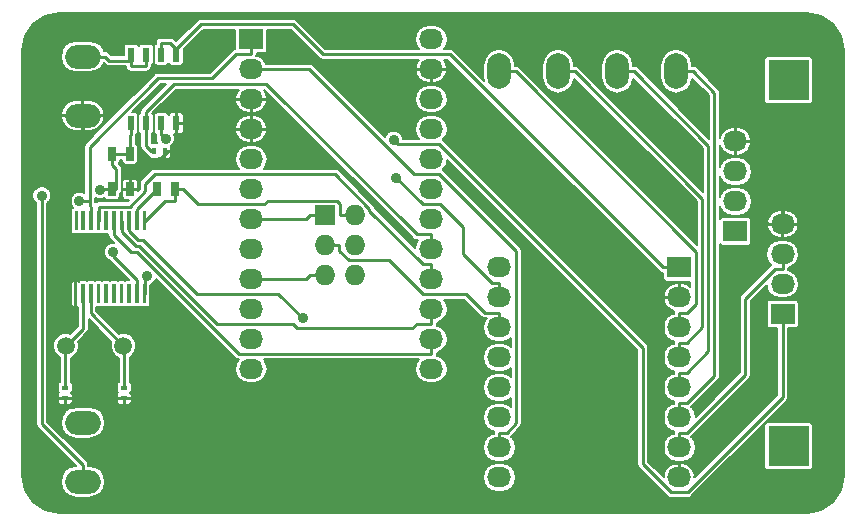
<source format=gbl>
%FSLAX34Y34*%
G04 Gerber Fmt 3.4, Leading zero omitted, Abs format*
G04 (created by PCBNEW (2014-03-19 BZR 4756)-product) date Thu 12 Jun 2014 23:18:30 BST*
%MOIN*%
G01*
G70*
G90*
G04 APERTURE LIST*
%ADD10C,0.005906*%
%ADD11R,0.015700X0.023600*%
%ADD12R,0.025000X0.045000*%
%ADD13R,0.023600X0.015700*%
%ADD14O,0.078700X0.118700*%
%ADD15O,0.118700X0.078700*%
%ADD16R,0.080000X0.068000*%
%ADD17O,0.080000X0.068000*%
%ADD18R,0.023600X0.047200*%
%ADD19R,0.068000X0.068000*%
%ADD20O,0.068000X0.068000*%
%ADD21C,0.059100*%
%ADD22R,0.133900X0.133900*%
%ADD23C,0.035000*%
%ADD24C,0.010000*%
%ADD25C,0.007087*%
G04 APERTURE END LIST*
G54D10*
G54D11*
X46574Y-34645D03*
X46928Y-34645D03*
G54D12*
X45172Y-35925D03*
X45772Y-35925D03*
G54D13*
X45570Y-42893D03*
X45570Y-42539D03*
X43602Y-42893D03*
X43602Y-42539D03*
G54D14*
X60039Y-31988D03*
X58071Y-31988D03*
G54D15*
X44192Y-31496D03*
X44192Y-33464D03*
G54D16*
X65944Y-37326D03*
G54D17*
X65944Y-36326D03*
X65944Y-35326D03*
X65944Y-34326D03*
G54D16*
X67519Y-40082D03*
G54D17*
X67519Y-39082D03*
X67519Y-38082D03*
X67519Y-37082D03*
G54D15*
X44192Y-43701D03*
X44192Y-45669D03*
G54D14*
X63976Y-31988D03*
X62008Y-31988D03*
G54D12*
X45172Y-34744D03*
X45772Y-34744D03*
X47248Y-35925D03*
X46648Y-35925D03*
G54D18*
X45807Y-31436D03*
X46299Y-31436D03*
X46811Y-31436D03*
X47303Y-31436D03*
X47303Y-33720D03*
X46811Y-33720D03*
X46299Y-33720D03*
X45787Y-33720D03*
G54D17*
X58078Y-45527D03*
X58078Y-44527D03*
X58078Y-43527D03*
X58078Y-42527D03*
X58078Y-41527D03*
X58078Y-40527D03*
X58078Y-39527D03*
X58078Y-38527D03*
G54D16*
X64074Y-38527D03*
G54D17*
X64074Y-39527D03*
X64074Y-40527D03*
X64074Y-41527D03*
X64074Y-42527D03*
X64074Y-43527D03*
X64074Y-44527D03*
X64074Y-45527D03*
G54D19*
X52255Y-36795D03*
G54D20*
X53255Y-36795D03*
X52255Y-37795D03*
X53255Y-37795D03*
X52255Y-38795D03*
X53255Y-38795D03*
G54D17*
X49803Y-41917D03*
X49803Y-40917D03*
X49803Y-39917D03*
X49803Y-38917D03*
X49803Y-37917D03*
X49803Y-36917D03*
X49803Y-35917D03*
X49803Y-34917D03*
X49803Y-33917D03*
X49803Y-32917D03*
X49803Y-31917D03*
G54D16*
X49803Y-30917D03*
G54D17*
X55807Y-30917D03*
X55807Y-31917D03*
X55807Y-32917D03*
X55807Y-33917D03*
X55807Y-34917D03*
X55807Y-35917D03*
X55807Y-36917D03*
X55807Y-37917D03*
X55807Y-38917D03*
X55807Y-39917D03*
X55807Y-40917D03*
X55807Y-41917D03*
G54D10*
G36*
X44035Y-37283D02*
X43917Y-37283D01*
X43917Y-36654D01*
X44035Y-36654D01*
X44035Y-37283D01*
X44035Y-37283D01*
G37*
G36*
X44261Y-37283D02*
X44143Y-37283D01*
X44143Y-36654D01*
X44261Y-36654D01*
X44261Y-37283D01*
X44261Y-37283D01*
G37*
G36*
X44517Y-37283D02*
X44399Y-37283D01*
X44399Y-36654D01*
X44517Y-36654D01*
X44517Y-37283D01*
X44517Y-37283D01*
G37*
G36*
X44773Y-37283D02*
X44655Y-37283D01*
X44655Y-36654D01*
X44773Y-36654D01*
X44773Y-37283D01*
X44773Y-37283D01*
G37*
G36*
X45029Y-37283D02*
X44911Y-37283D01*
X44911Y-36654D01*
X45029Y-36654D01*
X45029Y-37283D01*
X45029Y-37283D01*
G37*
G36*
X45285Y-37283D02*
X45167Y-37283D01*
X45167Y-36654D01*
X45285Y-36654D01*
X45285Y-37283D01*
X45285Y-37283D01*
G37*
G36*
X46309Y-39723D02*
X46191Y-39723D01*
X46191Y-39094D01*
X46309Y-39094D01*
X46309Y-39723D01*
X46309Y-39723D01*
G37*
G36*
X46053Y-39723D02*
X45935Y-39723D01*
X45935Y-39094D01*
X46053Y-39094D01*
X46053Y-39723D01*
X46053Y-39723D01*
G37*
G36*
X45797Y-39723D02*
X45679Y-39723D01*
X45679Y-39094D01*
X45797Y-39094D01*
X45797Y-39723D01*
X45797Y-39723D01*
G37*
G36*
X45541Y-39723D02*
X45423Y-39723D01*
X45423Y-39094D01*
X45541Y-39094D01*
X45541Y-39723D01*
X45541Y-39723D01*
G37*
G36*
X45541Y-37283D02*
X45423Y-37283D01*
X45423Y-36654D01*
X45541Y-36654D01*
X45541Y-37283D01*
X45541Y-37283D01*
G37*
G36*
X45797Y-37283D02*
X45679Y-37283D01*
X45679Y-36654D01*
X45797Y-36654D01*
X45797Y-37283D01*
X45797Y-37283D01*
G37*
G36*
X46053Y-37283D02*
X45935Y-37283D01*
X45935Y-36654D01*
X46053Y-36654D01*
X46053Y-37283D01*
X46053Y-37283D01*
G37*
G36*
X46309Y-37283D02*
X46191Y-37283D01*
X46191Y-36654D01*
X46309Y-36654D01*
X46309Y-37283D01*
X46309Y-37283D01*
G37*
G36*
X45285Y-39723D02*
X45167Y-39723D01*
X45167Y-39094D01*
X45285Y-39094D01*
X45285Y-39723D01*
X45285Y-39723D01*
G37*
G36*
X45029Y-39723D02*
X44911Y-39723D01*
X44911Y-39094D01*
X45029Y-39094D01*
X45029Y-39723D01*
X45029Y-39723D01*
G37*
G36*
X44773Y-39723D02*
X44655Y-39723D01*
X44655Y-39094D01*
X44773Y-39094D01*
X44773Y-39723D01*
X44773Y-39723D01*
G37*
G36*
X44517Y-39723D02*
X44399Y-39723D01*
X44399Y-39094D01*
X44517Y-39094D01*
X44517Y-39723D01*
X44517Y-39723D01*
G37*
G36*
X44261Y-39723D02*
X44143Y-39723D01*
X44143Y-39094D01*
X44261Y-39094D01*
X44261Y-39723D01*
X44261Y-39723D01*
G37*
G36*
X44005Y-39723D02*
X43887Y-39723D01*
X43887Y-39094D01*
X44005Y-39094D01*
X44005Y-39723D01*
X44005Y-39723D01*
G37*
G54D21*
X45547Y-41141D03*
X43625Y-41141D03*
G54D22*
X67716Y-32283D03*
X67716Y-44488D03*
G54D23*
X44764Y-35934D03*
X46328Y-38812D03*
X45210Y-38010D03*
X44080Y-36319D03*
X54555Y-34288D03*
X42824Y-36132D03*
X54646Y-35530D03*
X46950Y-34242D03*
X51522Y-40222D03*
G54D24*
X46299Y-31822D02*
X45807Y-31822D01*
X46299Y-31436D02*
X46299Y-31822D01*
X45807Y-31436D02*
X45807Y-31629D01*
X45807Y-31629D02*
X45807Y-31822D01*
X45070Y-31629D02*
X44936Y-31496D01*
X45807Y-31629D02*
X45070Y-31629D01*
X44192Y-31496D02*
X44936Y-31496D01*
X49803Y-32917D02*
X49803Y-33917D01*
X49803Y-33917D02*
X49253Y-33917D01*
X44192Y-33464D02*
X44192Y-34007D01*
X43602Y-42893D02*
X45570Y-42893D01*
X55807Y-31917D02*
X56357Y-31917D01*
X64074Y-39527D02*
X63524Y-39527D01*
X63524Y-44732D02*
X63524Y-39527D01*
X63829Y-45037D02*
X63524Y-44732D01*
X64074Y-45037D02*
X63829Y-45037D01*
X64074Y-45527D02*
X64074Y-45037D01*
X43946Y-39176D02*
X43946Y-38943D01*
X66207Y-34816D02*
X65944Y-34816D01*
X67519Y-36128D02*
X66207Y-34816D01*
X67519Y-37082D02*
X67519Y-36128D01*
X65944Y-34326D02*
X65944Y-34816D01*
X43946Y-39176D02*
X43946Y-39408D01*
X43178Y-42737D02*
X43334Y-42893D01*
X43178Y-40642D02*
X43178Y-42737D01*
X43946Y-39874D02*
X43178Y-40642D01*
X43946Y-39408D02*
X43946Y-39874D01*
X43602Y-42893D02*
X43334Y-42893D01*
X43755Y-38752D02*
X43946Y-38943D01*
X43755Y-34445D02*
X43755Y-38752D01*
X44192Y-34007D02*
X43755Y-34445D01*
X63524Y-39084D02*
X56357Y-31917D01*
X63524Y-39527D02*
X63524Y-39084D01*
X47303Y-33720D02*
X47303Y-34106D01*
X49063Y-34106D02*
X49253Y-33917D01*
X47303Y-34106D02*
X49063Y-34106D01*
X47303Y-34500D02*
X47157Y-34645D01*
X47303Y-34106D02*
X47303Y-34500D01*
X46928Y-34645D02*
X47043Y-34645D01*
X47043Y-34645D02*
X47157Y-34645D01*
X46047Y-35641D02*
X46047Y-35925D01*
X47043Y-34645D02*
X46047Y-35641D01*
X45772Y-35925D02*
X46047Y-35925D01*
X46574Y-34645D02*
X46477Y-34645D01*
X46299Y-33720D02*
X46299Y-34106D01*
X46299Y-34466D02*
X46477Y-34645D01*
X46299Y-34106D02*
X46299Y-34466D01*
X47216Y-32417D02*
X46299Y-33334D01*
X50307Y-32417D02*
X47216Y-32417D01*
X55316Y-37427D02*
X50307Y-32417D01*
X55807Y-37427D02*
X55316Y-37427D01*
X55807Y-37917D02*
X55807Y-37427D01*
X46299Y-33720D02*
X46299Y-33334D01*
X45787Y-33720D02*
X45787Y-34106D01*
X45172Y-35925D02*
X45310Y-35925D01*
X45310Y-35256D02*
X45172Y-35119D01*
X45310Y-35925D02*
X45310Y-35256D01*
X45172Y-34744D02*
X45172Y-35119D01*
X45772Y-34121D02*
X45772Y-34744D01*
X45787Y-34106D02*
X45772Y-34121D01*
X45172Y-34744D02*
X45447Y-34744D01*
X45772Y-34744D02*
X45447Y-34744D01*
X52765Y-36412D02*
X52765Y-36795D01*
X52658Y-36305D02*
X52765Y-36412D01*
X50353Y-36305D02*
X52658Y-36305D01*
X50241Y-36417D02*
X50353Y-36305D01*
X48016Y-36417D02*
X50241Y-36417D01*
X47523Y-35925D02*
X48016Y-36417D01*
X47248Y-35925D02*
X47523Y-35925D01*
X53255Y-36795D02*
X52765Y-36795D01*
X64337Y-44037D02*
X64074Y-44037D01*
X66271Y-42104D02*
X64337Y-44037D01*
X66271Y-39576D02*
X66271Y-42104D01*
X67274Y-38572D02*
X66271Y-39576D01*
X67519Y-38572D02*
X67274Y-38572D01*
X67519Y-38082D02*
X67519Y-38572D01*
X64074Y-44527D02*
X64074Y-44037D01*
X46918Y-36300D02*
X47248Y-36300D01*
X46250Y-36968D02*
X46918Y-36300D01*
X47248Y-35925D02*
X47248Y-36300D01*
X45172Y-35925D02*
X44897Y-35925D01*
X44887Y-35934D02*
X44897Y-35925D01*
X44764Y-35934D02*
X44887Y-35934D01*
X45570Y-41165D02*
X45570Y-42539D01*
X45547Y-41141D02*
X45570Y-41165D01*
X44458Y-40052D02*
X45547Y-41141D01*
X44458Y-39408D02*
X44458Y-40052D01*
X43602Y-41165D02*
X43625Y-41141D01*
X43602Y-42539D02*
X43602Y-41165D01*
X44202Y-40564D02*
X44202Y-39408D01*
X43625Y-41141D02*
X44202Y-40564D01*
X46250Y-39408D02*
X46250Y-38943D01*
X46250Y-38890D02*
X46328Y-38812D01*
X46250Y-38943D02*
X46250Y-38890D01*
X45210Y-38160D02*
X45994Y-38943D01*
X45210Y-38010D02*
X45210Y-38160D01*
X45994Y-39408D02*
X45994Y-38943D01*
X49803Y-30917D02*
X49803Y-31407D01*
X44458Y-36968D02*
X44458Y-36503D01*
X44419Y-36319D02*
X44080Y-36319D01*
X44419Y-36464D02*
X44419Y-36319D01*
X44458Y-36503D02*
X44419Y-36464D01*
X49313Y-31407D02*
X49803Y-31407D01*
X48503Y-32217D02*
X49313Y-31407D01*
X46711Y-32217D02*
X48503Y-32217D01*
X44419Y-34509D02*
X46711Y-32217D01*
X44419Y-36319D02*
X44419Y-34509D01*
X64842Y-36248D02*
X60582Y-31988D01*
X64842Y-40514D02*
X64842Y-36248D01*
X64319Y-41037D02*
X64842Y-40514D01*
X64074Y-41037D02*
X64319Y-41037D01*
X64074Y-41527D02*
X64074Y-41037D01*
X60039Y-31988D02*
X60582Y-31988D01*
X64624Y-37998D02*
X58614Y-31988D01*
X64624Y-39732D02*
X64624Y-37998D01*
X64319Y-40037D02*
X64624Y-39732D01*
X64074Y-40037D02*
X64319Y-40037D01*
X64074Y-40527D02*
X64074Y-40037D01*
X58071Y-31988D02*
X58614Y-31988D01*
X58323Y-44037D02*
X58078Y-44037D01*
X58635Y-43725D02*
X58323Y-44037D01*
X58635Y-37985D02*
X58635Y-43725D01*
X56067Y-35417D02*
X58635Y-37985D01*
X55221Y-35417D02*
X56067Y-35417D01*
X51721Y-31917D02*
X55221Y-35417D01*
X49803Y-31917D02*
X51721Y-31917D01*
X58078Y-44527D02*
X58078Y-44037D01*
X54684Y-34417D02*
X54555Y-34288D01*
X56067Y-34417D02*
X54684Y-34417D01*
X62861Y-41210D02*
X56067Y-34417D01*
X62861Y-45083D02*
X62861Y-41210D01*
X63805Y-46027D02*
X62861Y-45083D01*
X64348Y-46027D02*
X63805Y-46027D01*
X67519Y-42856D02*
X64348Y-46027D01*
X67519Y-40082D02*
X67519Y-42856D01*
X42824Y-43756D02*
X42824Y-36132D01*
X44192Y-45125D02*
X42824Y-43756D01*
X44192Y-45669D02*
X44192Y-45125D01*
X64074Y-43527D02*
X64074Y-43037D01*
X63976Y-31988D02*
X64519Y-31988D01*
X65243Y-32711D02*
X64519Y-31988D01*
X65243Y-42133D02*
X65243Y-32711D01*
X64338Y-43037D02*
X65243Y-42133D01*
X64074Y-43037D02*
X64338Y-43037D01*
X64074Y-42527D02*
X64074Y-42037D01*
X62008Y-31988D02*
X62551Y-31988D01*
X65043Y-34479D02*
X62551Y-31988D01*
X65043Y-41314D02*
X65043Y-34479D01*
X64319Y-42037D02*
X65043Y-41314D01*
X64074Y-42037D02*
X64319Y-42037D01*
X51643Y-36917D02*
X51765Y-36795D01*
X49803Y-36917D02*
X51643Y-36917D01*
X52255Y-36795D02*
X51765Y-36795D01*
X57815Y-39037D02*
X58078Y-39037D01*
X56851Y-38073D02*
X57815Y-39037D01*
X56851Y-37175D02*
X56851Y-38073D01*
X56093Y-36417D02*
X56851Y-37175D01*
X55533Y-36417D02*
X56093Y-36417D01*
X54646Y-35530D02*
X55533Y-36417D01*
X58078Y-39527D02*
X58078Y-39037D01*
X57588Y-40037D02*
X58078Y-40037D01*
X56968Y-39417D02*
X57588Y-40037D01*
X55528Y-39417D02*
X56968Y-39417D01*
X54397Y-38285D02*
X55528Y-39417D01*
X53052Y-38285D02*
X54397Y-38285D01*
X52746Y-37979D02*
X53052Y-38285D01*
X52746Y-37795D02*
X52746Y-37979D01*
X52255Y-37795D02*
X52746Y-37795D01*
X58078Y-40527D02*
X58078Y-40037D01*
X49803Y-38917D02*
X50303Y-38917D01*
X51643Y-38917D02*
X51765Y-38795D01*
X50303Y-38917D02*
X51643Y-38917D01*
X52255Y-38795D02*
X51765Y-38795D01*
X45994Y-36579D02*
X45994Y-36968D01*
X46648Y-35925D02*
X45994Y-36579D01*
X47303Y-31436D02*
X47303Y-31243D01*
X47110Y-31050D02*
X46811Y-31050D01*
X47303Y-31243D02*
X47110Y-31050D01*
X46811Y-31436D02*
X46811Y-31050D01*
X48119Y-30427D02*
X47303Y-31243D01*
X51208Y-30427D02*
X48119Y-30427D01*
X52198Y-31417D02*
X51208Y-30427D01*
X56414Y-31417D02*
X52198Y-31417D01*
X63524Y-38527D02*
X56414Y-31417D01*
X64074Y-38527D02*
X63524Y-38527D01*
X46815Y-34106D02*
X46811Y-34106D01*
X46950Y-34242D02*
X46815Y-34106D01*
X46811Y-33720D02*
X46811Y-34106D01*
X55544Y-38427D02*
X55807Y-38427D01*
X53746Y-36629D02*
X55544Y-38427D01*
X53746Y-36571D02*
X53746Y-36629D01*
X52591Y-35417D02*
X53746Y-36571D01*
X46591Y-35417D02*
X52591Y-35417D01*
X46271Y-35737D02*
X46591Y-35417D01*
X46271Y-35993D02*
X46271Y-35737D01*
X45761Y-36503D02*
X46271Y-35993D01*
X44714Y-36503D02*
X45761Y-36503D01*
X44714Y-36968D02*
X44714Y-36503D01*
X55807Y-38917D02*
X55807Y-38427D01*
X45482Y-37336D02*
X45482Y-36968D01*
X45958Y-37812D02*
X45482Y-37336D01*
X46071Y-37812D02*
X45958Y-37812D01*
X48676Y-40417D02*
X46071Y-37812D01*
X51187Y-40417D02*
X48676Y-40417D01*
X51327Y-40557D02*
X51187Y-40417D01*
X55167Y-40557D02*
X51327Y-40557D01*
X55316Y-40407D02*
X55167Y-40557D01*
X55807Y-40407D02*
X55316Y-40407D01*
X55807Y-39917D02*
X55807Y-40407D01*
X55807Y-40917D02*
X55807Y-41407D01*
X49383Y-41407D02*
X55807Y-41407D01*
X45988Y-38012D02*
X49383Y-41407D01*
X45804Y-38012D02*
X45988Y-38012D01*
X45226Y-37434D02*
X45804Y-38012D01*
X45226Y-36968D02*
X45226Y-37434D01*
X45738Y-37309D02*
X45738Y-36968D01*
X46027Y-37598D02*
X45738Y-37309D01*
X46196Y-37598D02*
X46027Y-37598D01*
X48005Y-39407D02*
X46196Y-37598D01*
X50708Y-39407D02*
X48005Y-39407D01*
X51522Y-40222D02*
X50708Y-39407D01*
G54D10*
G36*
X55379Y-37612D02*
X55297Y-37735D01*
X55267Y-37887D01*
X53926Y-36547D01*
X53917Y-36500D01*
X53877Y-36440D01*
X52722Y-35286D01*
X52662Y-35246D01*
X52591Y-35231D01*
X50224Y-35231D01*
X50312Y-35099D01*
X50349Y-34917D01*
X50328Y-34815D01*
X50328Y-34005D01*
X50328Y-33829D01*
X50328Y-33005D01*
X50303Y-32931D01*
X49816Y-32931D01*
X49816Y-33391D01*
X49876Y-33391D01*
X50057Y-33349D01*
X50207Y-33242D01*
X50306Y-33085D01*
X50328Y-33005D01*
X50328Y-33829D01*
X50306Y-33748D01*
X50207Y-33591D01*
X50057Y-33484D01*
X49876Y-33443D01*
X49816Y-33443D01*
X49816Y-33903D01*
X50303Y-33903D01*
X50328Y-33829D01*
X50328Y-34005D01*
X50303Y-33931D01*
X49816Y-33931D01*
X49816Y-34391D01*
X49876Y-34391D01*
X50057Y-34349D01*
X50207Y-34242D01*
X50306Y-34085D01*
X50328Y-34005D01*
X50328Y-34815D01*
X50312Y-34735D01*
X50209Y-34581D01*
X50055Y-34478D01*
X49873Y-34441D01*
X49789Y-34441D01*
X49789Y-34391D01*
X49789Y-33931D01*
X49789Y-33903D01*
X49789Y-33443D01*
X49789Y-33391D01*
X49789Y-32931D01*
X49302Y-32931D01*
X49277Y-33005D01*
X49300Y-33085D01*
X49398Y-33242D01*
X49549Y-33349D01*
X49729Y-33391D01*
X49789Y-33391D01*
X49789Y-33443D01*
X49729Y-33443D01*
X49549Y-33484D01*
X49398Y-33591D01*
X49300Y-33748D01*
X49277Y-33829D01*
X49302Y-33903D01*
X49789Y-33903D01*
X49789Y-33931D01*
X49302Y-33931D01*
X49277Y-34005D01*
X49300Y-34085D01*
X49398Y-34242D01*
X49549Y-34349D01*
X49729Y-34391D01*
X49789Y-34391D01*
X49789Y-34441D01*
X49732Y-34441D01*
X49550Y-34478D01*
X49396Y-34581D01*
X49293Y-34735D01*
X49257Y-34917D01*
X49293Y-35099D01*
X49382Y-35231D01*
X47554Y-35231D01*
X47554Y-33983D01*
X47554Y-33930D01*
X47554Y-33767D01*
X47554Y-33673D01*
X47554Y-33511D01*
X47554Y-33458D01*
X47534Y-33408D01*
X47496Y-33371D01*
X47447Y-33350D01*
X47350Y-33350D01*
X47316Y-33384D01*
X47316Y-33706D01*
X47521Y-33706D01*
X47554Y-33673D01*
X47554Y-33767D01*
X47521Y-33734D01*
X47316Y-33734D01*
X47316Y-34057D01*
X47350Y-34090D01*
X47447Y-34090D01*
X47496Y-34070D01*
X47534Y-34032D01*
X47554Y-33983D01*
X47554Y-35231D01*
X47141Y-35231D01*
X47141Y-34790D01*
X47141Y-34737D01*
X47141Y-34692D01*
X47107Y-34659D01*
X46942Y-34659D01*
X46942Y-34864D01*
X46976Y-34897D01*
X47034Y-34897D01*
X47083Y-34877D01*
X47120Y-34839D01*
X47141Y-34790D01*
X47141Y-35231D01*
X46591Y-35231D01*
X46520Y-35246D01*
X46460Y-35286D01*
X46140Y-35605D01*
X46100Y-35666D01*
X46086Y-35737D01*
X46086Y-35916D01*
X46031Y-35971D01*
X46031Y-35877D01*
X46031Y-35726D01*
X46031Y-35673D01*
X46010Y-35624D01*
X45973Y-35586D01*
X45924Y-35566D01*
X45819Y-35566D01*
X45786Y-35599D01*
X45786Y-35911D01*
X45997Y-35911D01*
X46031Y-35877D01*
X46031Y-35971D01*
X46030Y-35971D01*
X45997Y-35938D01*
X45786Y-35938D01*
X45786Y-35946D01*
X45758Y-35946D01*
X45758Y-35938D01*
X45758Y-35911D01*
X45758Y-35599D01*
X45725Y-35566D01*
X45620Y-35566D01*
X45571Y-35586D01*
X45533Y-35624D01*
X45513Y-35673D01*
X45513Y-35726D01*
X45513Y-35877D01*
X45547Y-35911D01*
X45758Y-35911D01*
X45758Y-35938D01*
X45547Y-35938D01*
X45513Y-35972D01*
X45513Y-36123D01*
X45513Y-36176D01*
X45533Y-36226D01*
X45571Y-36263D01*
X45620Y-36284D01*
X45718Y-36284D01*
X45684Y-36318D01*
X44714Y-36318D01*
X44643Y-36332D01*
X44604Y-36358D01*
X44604Y-36319D01*
X44604Y-36204D01*
X44702Y-36244D01*
X44825Y-36245D01*
X44923Y-36204D01*
X44932Y-36226D01*
X44970Y-36265D01*
X45020Y-36285D01*
X45074Y-36285D01*
X45324Y-36285D01*
X45374Y-36265D01*
X45412Y-36226D01*
X45432Y-36177D01*
X45432Y-36123D01*
X45432Y-36061D01*
X45441Y-36056D01*
X45481Y-35996D01*
X45495Y-35925D01*
X45495Y-35256D01*
X45481Y-35185D01*
X45441Y-35125D01*
X45386Y-35071D01*
X45412Y-35045D01*
X45432Y-34996D01*
X45432Y-34942D01*
X45432Y-34929D01*
X45447Y-34929D01*
X45512Y-34929D01*
X45512Y-34996D01*
X45532Y-35045D01*
X45570Y-35083D01*
X45620Y-35104D01*
X45674Y-35104D01*
X45924Y-35104D01*
X45974Y-35083D01*
X46012Y-35045D01*
X46032Y-34996D01*
X46032Y-34942D01*
X46032Y-34492D01*
X46012Y-34442D01*
X45974Y-34404D01*
X45957Y-34397D01*
X45957Y-34178D01*
X45958Y-34177D01*
X45972Y-34106D01*
X45972Y-34106D01*
X45972Y-34075D01*
X45981Y-34071D01*
X46019Y-34033D01*
X46040Y-33983D01*
X46040Y-33929D01*
X46040Y-33457D01*
X46019Y-33408D01*
X45981Y-33369D01*
X45932Y-33349D01*
X45878Y-33349D01*
X45841Y-33349D01*
X46788Y-32402D01*
X46968Y-32402D01*
X46168Y-33203D01*
X46127Y-33263D01*
X46113Y-33334D01*
X46113Y-33366D01*
X46104Y-33369D01*
X46066Y-33408D01*
X46045Y-33457D01*
X46045Y-33511D01*
X46045Y-33983D01*
X46066Y-34033D01*
X46104Y-34071D01*
X46113Y-34075D01*
X46113Y-34106D01*
X46113Y-34466D01*
X46127Y-34537D01*
X46168Y-34598D01*
X46346Y-34776D01*
X46361Y-34786D01*
X46361Y-34790D01*
X46381Y-34840D01*
X46419Y-34878D01*
X46469Y-34899D01*
X46523Y-34899D01*
X46680Y-34899D01*
X46730Y-34878D01*
X46753Y-34855D01*
X46774Y-34877D01*
X46823Y-34897D01*
X46881Y-34897D01*
X46915Y-34864D01*
X46915Y-34659D01*
X46907Y-34659D01*
X46907Y-34631D01*
X46915Y-34631D01*
X46915Y-34624D01*
X46942Y-34624D01*
X46942Y-34631D01*
X47107Y-34631D01*
X47141Y-34598D01*
X47141Y-34554D01*
X47141Y-34501D01*
X47138Y-34493D01*
X47213Y-34418D01*
X47261Y-34304D01*
X47261Y-34180D01*
X47224Y-34090D01*
X47255Y-34090D01*
X47289Y-34057D01*
X47289Y-33734D01*
X47281Y-33734D01*
X47281Y-33706D01*
X47289Y-33706D01*
X47289Y-33384D01*
X47255Y-33350D01*
X47158Y-33350D01*
X47109Y-33371D01*
X47071Y-33408D01*
X47057Y-33441D01*
X47043Y-33408D01*
X47005Y-33369D01*
X46956Y-33349D01*
X46902Y-33349D01*
X46666Y-33349D01*
X46616Y-33369D01*
X46578Y-33408D01*
X46557Y-33457D01*
X46557Y-33511D01*
X46557Y-33983D01*
X46578Y-34033D01*
X46616Y-34071D01*
X46625Y-34075D01*
X46625Y-34106D01*
X46639Y-34177D01*
X46640Y-34179D01*
X46640Y-34180D01*
X46640Y-34303D01*
X46676Y-34392D01*
X46626Y-34392D01*
X46486Y-34392D01*
X46484Y-34390D01*
X46484Y-34106D01*
X46484Y-34075D01*
X46493Y-34071D01*
X46531Y-34033D01*
X46552Y-33983D01*
X46552Y-33929D01*
X46552Y-33457D01*
X46531Y-33408D01*
X46509Y-33386D01*
X47293Y-32602D01*
X49391Y-32602D01*
X49300Y-32748D01*
X49277Y-32829D01*
X49302Y-32903D01*
X49789Y-32903D01*
X49789Y-32895D01*
X49816Y-32895D01*
X49816Y-32903D01*
X50303Y-32903D01*
X50328Y-32829D01*
X50306Y-32748D01*
X50214Y-32602D01*
X50230Y-32602D01*
X55185Y-37558D01*
X55246Y-37598D01*
X55316Y-37612D01*
X55379Y-37612D01*
X55379Y-37612D01*
G37*
G54D25*
X55379Y-37612D02*
X55297Y-37735D01*
X55267Y-37887D01*
X53926Y-36547D01*
X53917Y-36500D01*
X53877Y-36440D01*
X52722Y-35286D01*
X52662Y-35246D01*
X52591Y-35231D01*
X50224Y-35231D01*
X50312Y-35099D01*
X50349Y-34917D01*
X50328Y-34815D01*
X50328Y-34005D01*
X50328Y-33829D01*
X50328Y-33005D01*
X50303Y-32931D01*
X49816Y-32931D01*
X49816Y-33391D01*
X49876Y-33391D01*
X50057Y-33349D01*
X50207Y-33242D01*
X50306Y-33085D01*
X50328Y-33005D01*
X50328Y-33829D01*
X50306Y-33748D01*
X50207Y-33591D01*
X50057Y-33484D01*
X49876Y-33443D01*
X49816Y-33443D01*
X49816Y-33903D01*
X50303Y-33903D01*
X50328Y-33829D01*
X50328Y-34005D01*
X50303Y-33931D01*
X49816Y-33931D01*
X49816Y-34391D01*
X49876Y-34391D01*
X50057Y-34349D01*
X50207Y-34242D01*
X50306Y-34085D01*
X50328Y-34005D01*
X50328Y-34815D01*
X50312Y-34735D01*
X50209Y-34581D01*
X50055Y-34478D01*
X49873Y-34441D01*
X49789Y-34441D01*
X49789Y-34391D01*
X49789Y-33931D01*
X49789Y-33903D01*
X49789Y-33443D01*
X49789Y-33391D01*
X49789Y-32931D01*
X49302Y-32931D01*
X49277Y-33005D01*
X49300Y-33085D01*
X49398Y-33242D01*
X49549Y-33349D01*
X49729Y-33391D01*
X49789Y-33391D01*
X49789Y-33443D01*
X49729Y-33443D01*
X49549Y-33484D01*
X49398Y-33591D01*
X49300Y-33748D01*
X49277Y-33829D01*
X49302Y-33903D01*
X49789Y-33903D01*
X49789Y-33931D01*
X49302Y-33931D01*
X49277Y-34005D01*
X49300Y-34085D01*
X49398Y-34242D01*
X49549Y-34349D01*
X49729Y-34391D01*
X49789Y-34391D01*
X49789Y-34441D01*
X49732Y-34441D01*
X49550Y-34478D01*
X49396Y-34581D01*
X49293Y-34735D01*
X49257Y-34917D01*
X49293Y-35099D01*
X49382Y-35231D01*
X47554Y-35231D01*
X47554Y-33983D01*
X47554Y-33930D01*
X47554Y-33767D01*
X47554Y-33673D01*
X47554Y-33511D01*
X47554Y-33458D01*
X47534Y-33408D01*
X47496Y-33371D01*
X47447Y-33350D01*
X47350Y-33350D01*
X47316Y-33384D01*
X47316Y-33706D01*
X47521Y-33706D01*
X47554Y-33673D01*
X47554Y-33767D01*
X47521Y-33734D01*
X47316Y-33734D01*
X47316Y-34057D01*
X47350Y-34090D01*
X47447Y-34090D01*
X47496Y-34070D01*
X47534Y-34032D01*
X47554Y-33983D01*
X47554Y-35231D01*
X47141Y-35231D01*
X47141Y-34790D01*
X47141Y-34737D01*
X47141Y-34692D01*
X47107Y-34659D01*
X46942Y-34659D01*
X46942Y-34864D01*
X46976Y-34897D01*
X47034Y-34897D01*
X47083Y-34877D01*
X47120Y-34839D01*
X47141Y-34790D01*
X47141Y-35231D01*
X46591Y-35231D01*
X46520Y-35246D01*
X46460Y-35286D01*
X46140Y-35605D01*
X46100Y-35666D01*
X46086Y-35737D01*
X46086Y-35916D01*
X46031Y-35971D01*
X46031Y-35877D01*
X46031Y-35726D01*
X46031Y-35673D01*
X46010Y-35624D01*
X45973Y-35586D01*
X45924Y-35566D01*
X45819Y-35566D01*
X45786Y-35599D01*
X45786Y-35911D01*
X45997Y-35911D01*
X46031Y-35877D01*
X46031Y-35971D01*
X46030Y-35971D01*
X45997Y-35938D01*
X45786Y-35938D01*
X45786Y-35946D01*
X45758Y-35946D01*
X45758Y-35938D01*
X45758Y-35911D01*
X45758Y-35599D01*
X45725Y-35566D01*
X45620Y-35566D01*
X45571Y-35586D01*
X45533Y-35624D01*
X45513Y-35673D01*
X45513Y-35726D01*
X45513Y-35877D01*
X45547Y-35911D01*
X45758Y-35911D01*
X45758Y-35938D01*
X45547Y-35938D01*
X45513Y-35972D01*
X45513Y-36123D01*
X45513Y-36176D01*
X45533Y-36226D01*
X45571Y-36263D01*
X45620Y-36284D01*
X45718Y-36284D01*
X45684Y-36318D01*
X44714Y-36318D01*
X44643Y-36332D01*
X44604Y-36358D01*
X44604Y-36319D01*
X44604Y-36204D01*
X44702Y-36244D01*
X44825Y-36245D01*
X44923Y-36204D01*
X44932Y-36226D01*
X44970Y-36265D01*
X45020Y-36285D01*
X45074Y-36285D01*
X45324Y-36285D01*
X45374Y-36265D01*
X45412Y-36226D01*
X45432Y-36177D01*
X45432Y-36123D01*
X45432Y-36061D01*
X45441Y-36056D01*
X45481Y-35996D01*
X45495Y-35925D01*
X45495Y-35256D01*
X45481Y-35185D01*
X45441Y-35125D01*
X45386Y-35071D01*
X45412Y-35045D01*
X45432Y-34996D01*
X45432Y-34942D01*
X45432Y-34929D01*
X45447Y-34929D01*
X45512Y-34929D01*
X45512Y-34996D01*
X45532Y-35045D01*
X45570Y-35083D01*
X45620Y-35104D01*
X45674Y-35104D01*
X45924Y-35104D01*
X45974Y-35083D01*
X46012Y-35045D01*
X46032Y-34996D01*
X46032Y-34942D01*
X46032Y-34492D01*
X46012Y-34442D01*
X45974Y-34404D01*
X45957Y-34397D01*
X45957Y-34178D01*
X45958Y-34177D01*
X45972Y-34106D01*
X45972Y-34106D01*
X45972Y-34075D01*
X45981Y-34071D01*
X46019Y-34033D01*
X46040Y-33983D01*
X46040Y-33929D01*
X46040Y-33457D01*
X46019Y-33408D01*
X45981Y-33369D01*
X45932Y-33349D01*
X45878Y-33349D01*
X45841Y-33349D01*
X46788Y-32402D01*
X46968Y-32402D01*
X46168Y-33203D01*
X46127Y-33263D01*
X46113Y-33334D01*
X46113Y-33366D01*
X46104Y-33369D01*
X46066Y-33408D01*
X46045Y-33457D01*
X46045Y-33511D01*
X46045Y-33983D01*
X46066Y-34033D01*
X46104Y-34071D01*
X46113Y-34075D01*
X46113Y-34106D01*
X46113Y-34466D01*
X46127Y-34537D01*
X46168Y-34598D01*
X46346Y-34776D01*
X46361Y-34786D01*
X46361Y-34790D01*
X46381Y-34840D01*
X46419Y-34878D01*
X46469Y-34899D01*
X46523Y-34899D01*
X46680Y-34899D01*
X46730Y-34878D01*
X46753Y-34855D01*
X46774Y-34877D01*
X46823Y-34897D01*
X46881Y-34897D01*
X46915Y-34864D01*
X46915Y-34659D01*
X46907Y-34659D01*
X46907Y-34631D01*
X46915Y-34631D01*
X46915Y-34624D01*
X46942Y-34624D01*
X46942Y-34631D01*
X47107Y-34631D01*
X47141Y-34598D01*
X47141Y-34554D01*
X47141Y-34501D01*
X47138Y-34493D01*
X47213Y-34418D01*
X47261Y-34304D01*
X47261Y-34180D01*
X47224Y-34090D01*
X47255Y-34090D01*
X47289Y-34057D01*
X47289Y-33734D01*
X47281Y-33734D01*
X47281Y-33706D01*
X47289Y-33706D01*
X47289Y-33384D01*
X47255Y-33350D01*
X47158Y-33350D01*
X47109Y-33371D01*
X47071Y-33408D01*
X47057Y-33441D01*
X47043Y-33408D01*
X47005Y-33369D01*
X46956Y-33349D01*
X46902Y-33349D01*
X46666Y-33349D01*
X46616Y-33369D01*
X46578Y-33408D01*
X46557Y-33457D01*
X46557Y-33511D01*
X46557Y-33983D01*
X46578Y-34033D01*
X46616Y-34071D01*
X46625Y-34075D01*
X46625Y-34106D01*
X46639Y-34177D01*
X46640Y-34179D01*
X46640Y-34180D01*
X46640Y-34303D01*
X46676Y-34392D01*
X46626Y-34392D01*
X46486Y-34392D01*
X46484Y-34390D01*
X46484Y-34106D01*
X46484Y-34075D01*
X46493Y-34071D01*
X46531Y-34033D01*
X46552Y-33983D01*
X46552Y-33929D01*
X46552Y-33457D01*
X46531Y-33408D01*
X46509Y-33386D01*
X47293Y-32602D01*
X49391Y-32602D01*
X49300Y-32748D01*
X49277Y-32829D01*
X49302Y-32903D01*
X49789Y-32903D01*
X49789Y-32895D01*
X49816Y-32895D01*
X49816Y-32903D01*
X50303Y-32903D01*
X50328Y-32829D01*
X50306Y-32748D01*
X50214Y-32602D01*
X50230Y-32602D01*
X55185Y-37558D01*
X55246Y-37598D01*
X55316Y-37612D01*
X55379Y-37612D01*
G54D10*
G36*
X69559Y-45460D02*
X69461Y-45950D01*
X69190Y-46355D01*
X68785Y-46626D01*
X68521Y-46679D01*
X68521Y-45184D01*
X68521Y-45130D01*
X68521Y-43791D01*
X68521Y-32979D01*
X68521Y-32926D01*
X68521Y-31587D01*
X68500Y-31537D01*
X68462Y-31499D01*
X68412Y-31478D01*
X68359Y-31478D01*
X67020Y-31478D01*
X66970Y-31499D01*
X66932Y-31537D01*
X66911Y-31587D01*
X66911Y-31640D01*
X66911Y-32979D01*
X66932Y-33029D01*
X66970Y-33067D01*
X67020Y-33088D01*
X67073Y-33088D01*
X68412Y-33088D01*
X68462Y-33067D01*
X68500Y-33029D01*
X68521Y-32979D01*
X68521Y-43791D01*
X68500Y-43741D01*
X68462Y-43703D01*
X68412Y-43683D01*
X68359Y-43683D01*
X68065Y-43683D01*
X68065Y-39082D01*
X68029Y-38900D01*
X67926Y-38746D01*
X67772Y-38643D01*
X67694Y-38627D01*
X67705Y-38572D01*
X67705Y-38535D01*
X67772Y-38521D01*
X67926Y-38418D01*
X68029Y-38264D01*
X68065Y-38082D01*
X68045Y-37980D01*
X68045Y-37170D01*
X68045Y-36994D01*
X68022Y-36914D01*
X67924Y-36757D01*
X67773Y-36650D01*
X67593Y-36608D01*
X67533Y-36608D01*
X67533Y-37068D01*
X68019Y-37068D01*
X68045Y-36994D01*
X68045Y-37170D01*
X68019Y-37096D01*
X67533Y-37096D01*
X67533Y-37556D01*
X67593Y-37556D01*
X67773Y-37515D01*
X67924Y-37408D01*
X68022Y-37251D01*
X68045Y-37170D01*
X68045Y-37980D01*
X68029Y-37900D01*
X67926Y-37746D01*
X67772Y-37643D01*
X67590Y-37607D01*
X67505Y-37607D01*
X67505Y-37556D01*
X67505Y-37096D01*
X67505Y-37068D01*
X67505Y-36608D01*
X67445Y-36608D01*
X67265Y-36650D01*
X67114Y-36757D01*
X67016Y-36914D01*
X66994Y-36994D01*
X67019Y-37068D01*
X67505Y-37068D01*
X67505Y-37096D01*
X67019Y-37096D01*
X66994Y-37170D01*
X67016Y-37251D01*
X67114Y-37408D01*
X67265Y-37515D01*
X67445Y-37556D01*
X67505Y-37556D01*
X67505Y-37607D01*
X67449Y-37607D01*
X67267Y-37643D01*
X67113Y-37746D01*
X67009Y-37900D01*
X66973Y-38082D01*
X67009Y-38264D01*
X67113Y-38418D01*
X67145Y-38440D01*
X67143Y-38441D01*
X66139Y-39445D01*
X66099Y-39505D01*
X66085Y-39576D01*
X66085Y-42027D01*
X64614Y-43498D01*
X64584Y-43345D01*
X64481Y-43191D01*
X64458Y-43176D01*
X64469Y-43168D01*
X65374Y-42264D01*
X65414Y-42204D01*
X65428Y-42133D01*
X65428Y-37739D01*
X65430Y-37743D01*
X65468Y-37781D01*
X65517Y-37802D01*
X65571Y-37802D01*
X66371Y-37802D01*
X66421Y-37781D01*
X66459Y-37743D01*
X66480Y-37693D01*
X66480Y-37639D01*
X66480Y-36959D01*
X66459Y-36910D01*
X66421Y-36871D01*
X66371Y-36851D01*
X66317Y-36851D01*
X65517Y-36851D01*
X65468Y-36871D01*
X65430Y-36910D01*
X65428Y-36913D01*
X65428Y-36475D01*
X65435Y-36508D01*
X65538Y-36662D01*
X65692Y-36766D01*
X65874Y-36802D01*
X66015Y-36802D01*
X66197Y-36766D01*
X66351Y-36662D01*
X66454Y-36508D01*
X66490Y-36326D01*
X66454Y-36144D01*
X66351Y-35990D01*
X66197Y-35887D01*
X66015Y-35851D01*
X65874Y-35851D01*
X65692Y-35887D01*
X65538Y-35990D01*
X65435Y-36144D01*
X65428Y-36177D01*
X65428Y-35475D01*
X65435Y-35508D01*
X65538Y-35662D01*
X65692Y-35766D01*
X65874Y-35802D01*
X66015Y-35802D01*
X66197Y-35766D01*
X66351Y-35662D01*
X66454Y-35508D01*
X66490Y-35326D01*
X66470Y-35224D01*
X66470Y-34414D01*
X66470Y-34239D01*
X66447Y-34158D01*
X66349Y-34001D01*
X66198Y-33894D01*
X66018Y-33852D01*
X65958Y-33852D01*
X65958Y-34312D01*
X66445Y-34312D01*
X66470Y-34239D01*
X66470Y-34414D01*
X66445Y-34340D01*
X65958Y-34340D01*
X65958Y-34800D01*
X66018Y-34800D01*
X66198Y-34759D01*
X66349Y-34652D01*
X66447Y-34495D01*
X66470Y-34414D01*
X66470Y-35224D01*
X66454Y-35144D01*
X66351Y-34990D01*
X66197Y-34887D01*
X66015Y-34851D01*
X65874Y-34851D01*
X65692Y-34887D01*
X65538Y-34990D01*
X65435Y-35144D01*
X65428Y-35177D01*
X65428Y-34448D01*
X65441Y-34495D01*
X65540Y-34652D01*
X65690Y-34759D01*
X65871Y-34800D01*
X65931Y-34800D01*
X65931Y-34340D01*
X65923Y-34340D01*
X65923Y-34312D01*
X65931Y-34312D01*
X65931Y-33852D01*
X65871Y-33852D01*
X65690Y-33894D01*
X65540Y-34001D01*
X65441Y-34158D01*
X65428Y-34205D01*
X65428Y-32711D01*
X65414Y-32640D01*
X65374Y-32580D01*
X65374Y-32580D01*
X64650Y-31857D01*
X64590Y-31816D01*
X64519Y-31802D01*
X64505Y-31802D01*
X64505Y-31773D01*
X64464Y-31571D01*
X64350Y-31399D01*
X64178Y-31285D01*
X63976Y-31244D01*
X63773Y-31285D01*
X63602Y-31399D01*
X63487Y-31571D01*
X63447Y-31773D01*
X63447Y-32202D01*
X63487Y-32404D01*
X63602Y-32576D01*
X63773Y-32691D01*
X63976Y-32731D01*
X64178Y-32691D01*
X64350Y-32576D01*
X64464Y-32404D01*
X64499Y-32230D01*
X65057Y-32788D01*
X65057Y-34231D01*
X62682Y-31857D01*
X62622Y-31816D01*
X62551Y-31802D01*
X62537Y-31802D01*
X62537Y-31773D01*
X62496Y-31571D01*
X62382Y-31399D01*
X62210Y-31285D01*
X62008Y-31244D01*
X61805Y-31285D01*
X61634Y-31399D01*
X61519Y-31571D01*
X61479Y-31773D01*
X61479Y-32202D01*
X61519Y-32404D01*
X61634Y-32576D01*
X61805Y-32691D01*
X62008Y-32731D01*
X62210Y-32691D01*
X62382Y-32576D01*
X62496Y-32404D01*
X62531Y-32230D01*
X64857Y-34556D01*
X64857Y-36000D01*
X60713Y-31857D01*
X60653Y-31816D01*
X60582Y-31802D01*
X60568Y-31802D01*
X60568Y-31773D01*
X60527Y-31571D01*
X60413Y-31399D01*
X60241Y-31285D01*
X60039Y-31244D01*
X59836Y-31285D01*
X59665Y-31399D01*
X59550Y-31571D01*
X59510Y-31773D01*
X59510Y-32202D01*
X59550Y-32404D01*
X59665Y-32576D01*
X59836Y-32691D01*
X60039Y-32731D01*
X60241Y-32691D01*
X60413Y-32576D01*
X60527Y-32404D01*
X60562Y-32230D01*
X64657Y-36325D01*
X64657Y-37768D01*
X58745Y-31857D01*
X58685Y-31816D01*
X58614Y-31802D01*
X58600Y-31802D01*
X58600Y-31773D01*
X58559Y-31571D01*
X58445Y-31399D01*
X58273Y-31285D01*
X58071Y-31244D01*
X57868Y-31285D01*
X57697Y-31399D01*
X57582Y-31571D01*
X57542Y-31773D01*
X57542Y-32202D01*
X57562Y-32302D01*
X56545Y-31286D01*
X56485Y-31246D01*
X56414Y-31231D01*
X56228Y-31231D01*
X56316Y-31099D01*
X56353Y-30917D01*
X56316Y-30735D01*
X56213Y-30581D01*
X56059Y-30478D01*
X55877Y-30441D01*
X55736Y-30441D01*
X55554Y-30478D01*
X55400Y-30581D01*
X55297Y-30735D01*
X55261Y-30917D01*
X55297Y-31099D01*
X55385Y-31231D01*
X52275Y-31231D01*
X51339Y-30296D01*
X51279Y-30255D01*
X51208Y-30241D01*
X48119Y-30241D01*
X48048Y-30255D01*
X48024Y-30271D01*
X47988Y-30296D01*
X47303Y-30981D01*
X47241Y-30919D01*
X47181Y-30879D01*
X47110Y-30865D01*
X46811Y-30865D01*
X46740Y-30879D01*
X46679Y-30919D01*
X46639Y-30979D01*
X46625Y-31050D01*
X46625Y-31082D01*
X46616Y-31085D01*
X46578Y-31124D01*
X46557Y-31173D01*
X46557Y-31227D01*
X46557Y-31699D01*
X46578Y-31749D01*
X46616Y-31787D01*
X46666Y-31808D01*
X46720Y-31808D01*
X46956Y-31808D01*
X47005Y-31787D01*
X47043Y-31749D01*
X47057Y-31717D01*
X47070Y-31749D01*
X47108Y-31787D01*
X47158Y-31808D01*
X47212Y-31808D01*
X47448Y-31808D01*
X47497Y-31787D01*
X47535Y-31749D01*
X47556Y-31699D01*
X47556Y-31645D01*
X47556Y-31252D01*
X48196Y-30612D01*
X49267Y-30612D01*
X49267Y-31231D01*
X49242Y-31236D01*
X49181Y-31276D01*
X48426Y-32031D01*
X46711Y-32031D01*
X46640Y-32045D01*
X46580Y-32086D01*
X46552Y-32114D01*
X46552Y-31699D01*
X46552Y-31645D01*
X46552Y-31173D01*
X46531Y-31124D01*
X46493Y-31085D01*
X46444Y-31065D01*
X46390Y-31065D01*
X46154Y-31065D01*
X46104Y-31085D01*
X46066Y-31124D01*
X46053Y-31155D01*
X46039Y-31124D01*
X46001Y-31085D01*
X45952Y-31065D01*
X45898Y-31065D01*
X45662Y-31065D01*
X45612Y-31085D01*
X45574Y-31124D01*
X45553Y-31173D01*
X45553Y-31227D01*
X45553Y-31444D01*
X45146Y-31444D01*
X45067Y-31365D01*
X45007Y-31324D01*
X44936Y-31310D01*
X44899Y-31310D01*
X44895Y-31293D01*
X44781Y-31122D01*
X44609Y-31007D01*
X44407Y-30967D01*
X43978Y-30967D01*
X43776Y-31007D01*
X43604Y-31122D01*
X43489Y-31293D01*
X43449Y-31496D01*
X43489Y-31698D01*
X43604Y-31870D01*
X43776Y-31984D01*
X43978Y-32025D01*
X44407Y-32025D01*
X44609Y-31984D01*
X44781Y-31870D01*
X44888Y-31710D01*
X44938Y-31760D01*
X44938Y-31760D01*
X44999Y-31801D01*
X45070Y-31815D01*
X45621Y-31815D01*
X45621Y-31822D01*
X45635Y-31893D01*
X45676Y-31953D01*
X45736Y-31994D01*
X45807Y-32008D01*
X46299Y-32008D01*
X46370Y-31994D01*
X46430Y-31953D01*
X46470Y-31893D01*
X46484Y-31822D01*
X46484Y-31791D01*
X46493Y-31787D01*
X46531Y-31749D01*
X46552Y-31699D01*
X46552Y-32114D01*
X44911Y-33755D01*
X44911Y-33560D01*
X44911Y-33368D01*
X44885Y-33275D01*
X44775Y-33101D01*
X44607Y-32982D01*
X44406Y-32936D01*
X44206Y-32936D01*
X44206Y-33450D01*
X44886Y-33450D01*
X44911Y-33368D01*
X44911Y-33560D01*
X44886Y-33478D01*
X44206Y-33478D01*
X44206Y-33991D01*
X44406Y-33991D01*
X44607Y-33946D01*
X44775Y-33827D01*
X44885Y-33653D01*
X44911Y-33560D01*
X44911Y-33755D01*
X44288Y-34378D01*
X44248Y-34438D01*
X44234Y-34509D01*
X44234Y-36046D01*
X44179Y-36023D01*
X44179Y-33991D01*
X44179Y-33478D01*
X44179Y-33450D01*
X44179Y-32936D01*
X43979Y-32936D01*
X43778Y-32982D01*
X43610Y-33101D01*
X43500Y-33275D01*
X43474Y-33368D01*
X43499Y-33450D01*
X44179Y-33450D01*
X44179Y-33478D01*
X43499Y-33478D01*
X43474Y-33560D01*
X43500Y-33653D01*
X43610Y-33827D01*
X43778Y-33946D01*
X43979Y-33991D01*
X44179Y-33991D01*
X44179Y-36023D01*
X44142Y-36008D01*
X44019Y-36008D01*
X43905Y-36055D01*
X43817Y-36143D01*
X43770Y-36257D01*
X43770Y-36380D01*
X43817Y-36494D01*
X43855Y-36532D01*
X43840Y-36539D01*
X43802Y-36577D01*
X43781Y-36627D01*
X43781Y-36680D01*
X43781Y-37310D01*
X43802Y-37360D01*
X43840Y-37398D01*
X43890Y-37419D01*
X43944Y-37419D01*
X44062Y-37419D01*
X44089Y-37408D01*
X44116Y-37419D01*
X44170Y-37419D01*
X44288Y-37419D01*
X44330Y-37401D01*
X44372Y-37419D01*
X44426Y-37419D01*
X44544Y-37419D01*
X44586Y-37401D01*
X44628Y-37419D01*
X44682Y-37419D01*
X44800Y-37419D01*
X44842Y-37401D01*
X44884Y-37419D01*
X44938Y-37419D01*
X45040Y-37419D01*
X45040Y-37434D01*
X45055Y-37505D01*
X45095Y-37565D01*
X45230Y-37700D01*
X45149Y-37700D01*
X45035Y-37747D01*
X44947Y-37834D01*
X44900Y-37948D01*
X44900Y-38072D01*
X44947Y-38186D01*
X45034Y-38273D01*
X45080Y-38292D01*
X45746Y-38958D01*
X45652Y-38958D01*
X45610Y-38975D01*
X45568Y-38958D01*
X45514Y-38958D01*
X45396Y-38958D01*
X45354Y-38975D01*
X45312Y-38958D01*
X45258Y-38958D01*
X45140Y-38958D01*
X45098Y-38975D01*
X45056Y-38958D01*
X45002Y-38958D01*
X44884Y-38958D01*
X44842Y-38975D01*
X44800Y-38958D01*
X44746Y-38958D01*
X44628Y-38958D01*
X44586Y-38975D01*
X44544Y-38958D01*
X44490Y-38958D01*
X44372Y-38958D01*
X44330Y-38975D01*
X44288Y-38958D01*
X44234Y-38958D01*
X44116Y-38958D01*
X44066Y-38979D01*
X44049Y-38996D01*
X44027Y-38987D01*
X43984Y-38987D01*
X43866Y-38987D01*
X43827Y-39003D01*
X43797Y-39033D01*
X43781Y-39072D01*
X43781Y-39115D01*
X43781Y-39745D01*
X43797Y-39784D01*
X43827Y-39814D01*
X43866Y-39830D01*
X43908Y-39830D01*
X44017Y-39830D01*
X44017Y-40487D01*
X43770Y-40735D01*
X43711Y-40710D01*
X43540Y-40710D01*
X43381Y-40776D01*
X43260Y-40897D01*
X43194Y-41055D01*
X43194Y-41227D01*
X43260Y-41385D01*
X43381Y-41506D01*
X43416Y-41521D01*
X43416Y-42342D01*
X43407Y-42346D01*
X43369Y-42384D01*
X43348Y-42434D01*
X43348Y-42487D01*
X43348Y-42644D01*
X43369Y-42694D01*
X43392Y-42717D01*
X43370Y-42739D01*
X43350Y-42788D01*
X43350Y-42846D01*
X43383Y-42879D01*
X43588Y-42879D01*
X43588Y-42871D01*
X43616Y-42871D01*
X43616Y-42879D01*
X43820Y-42879D01*
X43854Y-42846D01*
X43854Y-42788D01*
X43833Y-42739D01*
X43812Y-42717D01*
X43835Y-42694D01*
X43855Y-42644D01*
X43855Y-42591D01*
X43855Y-42434D01*
X43835Y-42384D01*
X43797Y-42346D01*
X43787Y-42342D01*
X43787Y-41540D01*
X43869Y-41507D01*
X43990Y-41386D01*
X44056Y-41227D01*
X44056Y-41056D01*
X44032Y-40997D01*
X44333Y-40695D01*
X44333Y-40695D01*
X44357Y-40659D01*
X44374Y-40635D01*
X44374Y-40635D01*
X44388Y-40564D01*
X44388Y-40244D01*
X45140Y-40997D01*
X45116Y-41055D01*
X45116Y-41227D01*
X45182Y-41385D01*
X45303Y-41506D01*
X45385Y-41540D01*
X45385Y-42342D01*
X45376Y-42346D01*
X45338Y-42384D01*
X45317Y-42434D01*
X45317Y-42487D01*
X45317Y-42644D01*
X45338Y-42694D01*
X45360Y-42717D01*
X45339Y-42739D01*
X45319Y-42788D01*
X45319Y-42846D01*
X45352Y-42879D01*
X45557Y-42879D01*
X45557Y-42871D01*
X45584Y-42871D01*
X45584Y-42879D01*
X45789Y-42879D01*
X45822Y-42846D01*
X45822Y-42788D01*
X45802Y-42739D01*
X45780Y-42717D01*
X45803Y-42694D01*
X45824Y-42644D01*
X45824Y-42591D01*
X45824Y-42434D01*
X45803Y-42384D01*
X45765Y-42346D01*
X45756Y-42342D01*
X45756Y-41521D01*
X45791Y-41507D01*
X45912Y-41386D01*
X45978Y-41227D01*
X45978Y-41056D01*
X45913Y-40897D01*
X45792Y-40776D01*
X45633Y-40710D01*
X45462Y-40710D01*
X45403Y-40735D01*
X44644Y-39975D01*
X44644Y-39859D01*
X44682Y-39859D01*
X44800Y-39859D01*
X44842Y-39841D01*
X44884Y-39859D01*
X44938Y-39859D01*
X45056Y-39859D01*
X45098Y-39841D01*
X45140Y-39859D01*
X45194Y-39859D01*
X45312Y-39859D01*
X45354Y-39842D01*
X45396Y-39859D01*
X45450Y-39859D01*
X45568Y-39859D01*
X45610Y-39841D01*
X45652Y-39859D01*
X45706Y-39859D01*
X45824Y-39859D01*
X45866Y-39841D01*
X45908Y-39859D01*
X45962Y-39859D01*
X46080Y-39859D01*
X46122Y-39841D01*
X46164Y-39859D01*
X46218Y-39859D01*
X46336Y-39859D01*
X46385Y-39838D01*
X46424Y-39800D01*
X46444Y-39750D01*
X46444Y-39696D01*
X46444Y-39099D01*
X46503Y-39075D01*
X46591Y-38988D01*
X46623Y-38909D01*
X49252Y-41538D01*
X49312Y-41578D01*
X49383Y-41592D01*
X49388Y-41592D01*
X49293Y-41735D01*
X49257Y-41917D01*
X49293Y-42099D01*
X49396Y-42253D01*
X49550Y-42356D01*
X49732Y-42392D01*
X49873Y-42392D01*
X50055Y-42356D01*
X50209Y-42253D01*
X50312Y-42099D01*
X50349Y-41917D01*
X50312Y-41735D01*
X50217Y-41592D01*
X55392Y-41592D01*
X55297Y-41735D01*
X55261Y-41917D01*
X55297Y-42099D01*
X55400Y-42253D01*
X55554Y-42356D01*
X55736Y-42392D01*
X55877Y-42392D01*
X56059Y-42356D01*
X56213Y-42253D01*
X56316Y-42099D01*
X56353Y-41917D01*
X56316Y-41735D01*
X56213Y-41581D01*
X56059Y-41478D01*
X55981Y-41462D01*
X55992Y-41407D01*
X55992Y-41369D01*
X56059Y-41356D01*
X56213Y-41253D01*
X56316Y-41099D01*
X56353Y-40917D01*
X56316Y-40735D01*
X56213Y-40581D01*
X56059Y-40478D01*
X55981Y-40462D01*
X55992Y-40407D01*
X55992Y-40369D01*
X56059Y-40356D01*
X56213Y-40253D01*
X56316Y-40099D01*
X56353Y-39917D01*
X56316Y-39735D01*
X56228Y-39602D01*
X56891Y-39602D01*
X57457Y-40168D01*
X57493Y-40192D01*
X57517Y-40208D01*
X57517Y-40208D01*
X57588Y-40222D01*
X57651Y-40222D01*
X57569Y-40345D01*
X57532Y-40527D01*
X57569Y-40709D01*
X57672Y-40863D01*
X57826Y-40966D01*
X58008Y-41002D01*
X58149Y-41002D01*
X58331Y-40966D01*
X58449Y-40887D01*
X58449Y-41167D01*
X58331Y-41088D01*
X58149Y-41052D01*
X58008Y-41052D01*
X57826Y-41088D01*
X57672Y-41191D01*
X57569Y-41345D01*
X57532Y-41527D01*
X57569Y-41709D01*
X57672Y-41863D01*
X57826Y-41966D01*
X58008Y-42002D01*
X58149Y-42002D01*
X58331Y-41966D01*
X58449Y-41887D01*
X58449Y-42167D01*
X58331Y-42088D01*
X58149Y-42052D01*
X58008Y-42052D01*
X57826Y-42088D01*
X57672Y-42191D01*
X57569Y-42345D01*
X57532Y-42527D01*
X57569Y-42709D01*
X57672Y-42863D01*
X57826Y-42966D01*
X58008Y-43002D01*
X58149Y-43002D01*
X58331Y-42966D01*
X58449Y-42887D01*
X58449Y-43167D01*
X58331Y-43088D01*
X58149Y-43052D01*
X58008Y-43052D01*
X57826Y-43088D01*
X57672Y-43191D01*
X57569Y-43345D01*
X57532Y-43527D01*
X57569Y-43709D01*
X57672Y-43863D01*
X57826Y-43966D01*
X57904Y-43982D01*
X57893Y-44037D01*
X57893Y-44074D01*
X57826Y-44088D01*
X57672Y-44191D01*
X57569Y-44345D01*
X57532Y-44527D01*
X57569Y-44709D01*
X57672Y-44863D01*
X57826Y-44966D01*
X58008Y-45002D01*
X58149Y-45002D01*
X58331Y-44966D01*
X58485Y-44863D01*
X58588Y-44709D01*
X58624Y-44527D01*
X58588Y-44345D01*
X58485Y-44191D01*
X58453Y-44169D01*
X58454Y-44168D01*
X58766Y-43856D01*
X58806Y-43796D01*
X58820Y-43725D01*
X58820Y-37985D01*
X58806Y-37914D01*
X58806Y-37914D01*
X58790Y-37890D01*
X58766Y-37854D01*
X56198Y-35286D01*
X56181Y-35275D01*
X56213Y-35253D01*
X56316Y-35099D01*
X56345Y-34957D01*
X62675Y-41287D01*
X62675Y-45083D01*
X62689Y-45154D01*
X62729Y-45214D01*
X63674Y-46158D01*
X63674Y-46158D01*
X63734Y-46199D01*
X63805Y-46213D01*
X64348Y-46213D01*
X64419Y-46199D01*
X64479Y-46158D01*
X67650Y-42987D01*
X67650Y-42987D01*
X67674Y-42951D01*
X67691Y-42927D01*
X67691Y-42927D01*
X67705Y-42856D01*
X67705Y-40558D01*
X67946Y-40558D01*
X67996Y-40537D01*
X68034Y-40499D01*
X68055Y-40449D01*
X68055Y-40395D01*
X68055Y-39715D01*
X68034Y-39665D01*
X67996Y-39627D01*
X67946Y-39607D01*
X67892Y-39607D01*
X67092Y-39607D01*
X67042Y-39627D01*
X67004Y-39665D01*
X66984Y-39715D01*
X66984Y-39769D01*
X66984Y-40449D01*
X67004Y-40499D01*
X67042Y-40537D01*
X67092Y-40558D01*
X67146Y-40558D01*
X67334Y-40558D01*
X67334Y-42779D01*
X64600Y-45513D01*
X64600Y-45513D01*
X64574Y-45513D01*
X64600Y-45439D01*
X64577Y-45358D01*
X64479Y-45202D01*
X64328Y-45095D01*
X64148Y-45053D01*
X64088Y-45053D01*
X64088Y-45513D01*
X64096Y-45513D01*
X64096Y-45541D01*
X64088Y-45541D01*
X64088Y-45549D01*
X64061Y-45549D01*
X64061Y-45541D01*
X64053Y-45541D01*
X64053Y-45513D01*
X64061Y-45513D01*
X64061Y-45053D01*
X64001Y-45053D01*
X63820Y-45095D01*
X63669Y-45202D01*
X63571Y-45358D01*
X63549Y-45439D01*
X63574Y-45513D01*
X63553Y-45513D01*
X63046Y-45006D01*
X63046Y-41210D01*
X63032Y-41139D01*
X63032Y-41139D01*
X63016Y-41115D01*
X62992Y-41079D01*
X56198Y-34286D01*
X56181Y-34274D01*
X56213Y-34253D01*
X56316Y-34099D01*
X56353Y-33917D01*
X56353Y-32917D01*
X56332Y-32815D01*
X56332Y-32005D01*
X56307Y-31931D01*
X55820Y-31931D01*
X55820Y-32391D01*
X55880Y-32391D01*
X56061Y-32349D01*
X56211Y-32242D01*
X56310Y-32085D01*
X56332Y-32005D01*
X56332Y-32815D01*
X56316Y-32735D01*
X56213Y-32581D01*
X56059Y-32478D01*
X55877Y-32441D01*
X55793Y-32441D01*
X55793Y-32391D01*
X55793Y-31931D01*
X55306Y-31931D01*
X55281Y-32005D01*
X55304Y-32085D01*
X55402Y-32242D01*
X55553Y-32349D01*
X55733Y-32391D01*
X55793Y-32391D01*
X55793Y-32441D01*
X55736Y-32441D01*
X55554Y-32478D01*
X55400Y-32581D01*
X55297Y-32735D01*
X55261Y-32917D01*
X55297Y-33099D01*
X55400Y-33253D01*
X55554Y-33356D01*
X55736Y-33392D01*
X55877Y-33392D01*
X56059Y-33356D01*
X56213Y-33253D01*
X56316Y-33099D01*
X56353Y-32917D01*
X56353Y-33917D01*
X56316Y-33735D01*
X56213Y-33581D01*
X56059Y-33478D01*
X55877Y-33441D01*
X55736Y-33441D01*
X55554Y-33478D01*
X55400Y-33581D01*
X55297Y-33735D01*
X55261Y-33917D01*
X55297Y-34099D01*
X55385Y-34231D01*
X54865Y-34231D01*
X54865Y-34227D01*
X54818Y-34112D01*
X54731Y-34025D01*
X54617Y-33978D01*
X54493Y-33978D01*
X54379Y-34025D01*
X54292Y-34112D01*
X54259Y-34192D01*
X51853Y-31786D01*
X51792Y-31746D01*
X51721Y-31731D01*
X50310Y-31731D01*
X50209Y-31581D01*
X50055Y-31478D01*
X49977Y-31462D01*
X49988Y-31407D01*
X49988Y-31392D01*
X50230Y-31392D01*
X50279Y-31372D01*
X50317Y-31334D01*
X50338Y-31284D01*
X50338Y-31230D01*
X50338Y-30612D01*
X51131Y-30612D01*
X52067Y-31548D01*
X52127Y-31588D01*
X52198Y-31602D01*
X55395Y-31602D01*
X55304Y-31748D01*
X55281Y-31829D01*
X55306Y-31903D01*
X55793Y-31903D01*
X55793Y-31895D01*
X55820Y-31895D01*
X55820Y-31903D01*
X56307Y-31903D01*
X56332Y-31829D01*
X56310Y-31748D01*
X56218Y-31602D01*
X56337Y-31602D01*
X63393Y-38658D01*
X63453Y-38698D01*
X63524Y-38712D01*
X63539Y-38712D01*
X63539Y-38894D01*
X63559Y-38944D01*
X63598Y-38982D01*
X63647Y-39002D01*
X63701Y-39002D01*
X64439Y-39002D01*
X64439Y-39173D01*
X64328Y-39095D01*
X64148Y-39053D01*
X64088Y-39053D01*
X64088Y-39513D01*
X64096Y-39513D01*
X64096Y-39541D01*
X64088Y-39541D01*
X64088Y-39549D01*
X64061Y-39549D01*
X64061Y-39541D01*
X64061Y-39513D01*
X64061Y-39053D01*
X64001Y-39053D01*
X63820Y-39095D01*
X63669Y-39202D01*
X63571Y-39358D01*
X63549Y-39439D01*
X63574Y-39513D01*
X64061Y-39513D01*
X64061Y-39541D01*
X63574Y-39541D01*
X63549Y-39615D01*
X63571Y-39696D01*
X63669Y-39852D01*
X63820Y-39960D01*
X63901Y-39978D01*
X63889Y-40037D01*
X63889Y-40074D01*
X63822Y-40088D01*
X63668Y-40191D01*
X63565Y-40345D01*
X63528Y-40527D01*
X63565Y-40709D01*
X63668Y-40863D01*
X63822Y-40966D01*
X63900Y-40982D01*
X63889Y-41037D01*
X63889Y-41074D01*
X63822Y-41088D01*
X63668Y-41191D01*
X63565Y-41345D01*
X63528Y-41527D01*
X63565Y-41709D01*
X63668Y-41863D01*
X63822Y-41966D01*
X63900Y-41982D01*
X63889Y-42037D01*
X63889Y-42074D01*
X63822Y-42088D01*
X63668Y-42191D01*
X63565Y-42345D01*
X63528Y-42527D01*
X63565Y-42709D01*
X63668Y-42863D01*
X63822Y-42966D01*
X63900Y-42982D01*
X63889Y-43037D01*
X63889Y-43074D01*
X63822Y-43088D01*
X63668Y-43191D01*
X63565Y-43345D01*
X63528Y-43527D01*
X63565Y-43709D01*
X63668Y-43863D01*
X63822Y-43966D01*
X63900Y-43982D01*
X63889Y-44037D01*
X63889Y-44074D01*
X63822Y-44088D01*
X63668Y-44191D01*
X63565Y-44345D01*
X63528Y-44527D01*
X63565Y-44709D01*
X63668Y-44863D01*
X63822Y-44966D01*
X64004Y-45002D01*
X64145Y-45002D01*
X64327Y-44966D01*
X64481Y-44863D01*
X64584Y-44709D01*
X64620Y-44527D01*
X64584Y-44345D01*
X64481Y-44191D01*
X64458Y-44175D01*
X64468Y-44168D01*
X66402Y-42235D01*
X66442Y-42175D01*
X66456Y-42104D01*
X66456Y-42104D01*
X66456Y-39653D01*
X66982Y-39127D01*
X67009Y-39264D01*
X67113Y-39418D01*
X67267Y-39521D01*
X67449Y-39558D01*
X67590Y-39558D01*
X67772Y-39521D01*
X67926Y-39418D01*
X68029Y-39264D01*
X68065Y-39082D01*
X68065Y-43683D01*
X67020Y-43683D01*
X66970Y-43703D01*
X66932Y-43741D01*
X66911Y-43791D01*
X66911Y-43845D01*
X66911Y-45184D01*
X66932Y-45234D01*
X66970Y-45272D01*
X67020Y-45293D01*
X67073Y-45293D01*
X68412Y-45293D01*
X68462Y-45272D01*
X68500Y-45234D01*
X68521Y-45184D01*
X68521Y-46679D01*
X68294Y-46724D01*
X58624Y-46724D01*
X58624Y-45527D01*
X58588Y-45345D01*
X58485Y-45191D01*
X58331Y-45088D01*
X58149Y-45052D01*
X58008Y-45052D01*
X57826Y-45088D01*
X57672Y-45191D01*
X57569Y-45345D01*
X57532Y-45527D01*
X57569Y-45709D01*
X57672Y-45863D01*
X57826Y-45966D01*
X58008Y-46002D01*
X58149Y-46002D01*
X58331Y-45966D01*
X58485Y-45863D01*
X58588Y-45709D01*
X58624Y-45527D01*
X58624Y-46724D01*
X45822Y-46724D01*
X45822Y-42998D01*
X45822Y-42940D01*
X45789Y-42907D01*
X45584Y-42907D01*
X45584Y-43072D01*
X45618Y-43105D01*
X45662Y-43105D01*
X45715Y-43105D01*
X45764Y-43085D01*
X45802Y-43047D01*
X45822Y-42998D01*
X45822Y-46724D01*
X45557Y-46724D01*
X45557Y-43072D01*
X45557Y-42907D01*
X45352Y-42907D01*
X45319Y-42940D01*
X45319Y-42998D01*
X45339Y-43047D01*
X45377Y-43085D01*
X45426Y-43105D01*
X45479Y-43105D01*
X45523Y-43105D01*
X45557Y-43072D01*
X45557Y-46724D01*
X44936Y-46724D01*
X44936Y-45669D01*
X44936Y-43701D01*
X44895Y-43498D01*
X44781Y-43327D01*
X44609Y-43212D01*
X44407Y-43172D01*
X43978Y-43172D01*
X43854Y-43196D01*
X43854Y-42998D01*
X43854Y-42940D01*
X43820Y-42907D01*
X43616Y-42907D01*
X43616Y-43072D01*
X43649Y-43105D01*
X43693Y-43105D01*
X43746Y-43105D01*
X43796Y-43085D01*
X43833Y-43047D01*
X43854Y-42998D01*
X43854Y-43196D01*
X43776Y-43212D01*
X43604Y-43327D01*
X43588Y-43351D01*
X43588Y-43072D01*
X43588Y-42907D01*
X43383Y-42907D01*
X43350Y-42940D01*
X43350Y-42998D01*
X43370Y-43047D01*
X43408Y-43085D01*
X43457Y-43105D01*
X43510Y-43105D01*
X43555Y-43105D01*
X43588Y-43072D01*
X43588Y-43351D01*
X43489Y-43498D01*
X43449Y-43701D01*
X43489Y-43903D01*
X43604Y-44075D01*
X43776Y-44189D01*
X43978Y-44229D01*
X44407Y-44229D01*
X44609Y-44189D01*
X44781Y-44075D01*
X44895Y-43903D01*
X44936Y-43701D01*
X44936Y-45669D01*
X44895Y-45466D01*
X44781Y-45295D01*
X44609Y-45180D01*
X44407Y-45140D01*
X44378Y-45140D01*
X44378Y-45125D01*
X44364Y-45054D01*
X44324Y-44994D01*
X43009Y-43680D01*
X43009Y-36385D01*
X43087Y-36308D01*
X43134Y-36194D01*
X43134Y-36070D01*
X43087Y-35956D01*
X43000Y-35869D01*
X42886Y-35821D01*
X42762Y-35821D01*
X42648Y-35868D01*
X42561Y-35956D01*
X42513Y-36070D01*
X42513Y-36193D01*
X42561Y-36307D01*
X42638Y-36385D01*
X42638Y-43756D01*
X42653Y-43827D01*
X42693Y-43887D01*
X43950Y-45145D01*
X43776Y-45180D01*
X43604Y-45295D01*
X43489Y-45466D01*
X43449Y-45669D01*
X43489Y-45871D01*
X43604Y-46043D01*
X43776Y-46157D01*
X43978Y-46197D01*
X44407Y-46197D01*
X44609Y-46157D01*
X44781Y-46043D01*
X44895Y-45871D01*
X44936Y-45669D01*
X44936Y-46724D01*
X43417Y-46724D01*
X42927Y-46626D01*
X42521Y-46355D01*
X42251Y-45950D01*
X42153Y-45460D01*
X42153Y-31311D01*
X42251Y-30821D01*
X42521Y-30415D01*
X42927Y-30144D01*
X43417Y-30047D01*
X68294Y-30047D01*
X68785Y-30144D01*
X69190Y-30415D01*
X69461Y-30821D01*
X69559Y-31311D01*
X69559Y-45460D01*
X69559Y-45460D01*
G37*
G54D25*
X69559Y-45460D02*
X69461Y-45950D01*
X69190Y-46355D01*
X68785Y-46626D01*
X68521Y-46679D01*
X68521Y-45184D01*
X68521Y-45130D01*
X68521Y-43791D01*
X68521Y-32979D01*
X68521Y-32926D01*
X68521Y-31587D01*
X68500Y-31537D01*
X68462Y-31499D01*
X68412Y-31478D01*
X68359Y-31478D01*
X67020Y-31478D01*
X66970Y-31499D01*
X66932Y-31537D01*
X66911Y-31587D01*
X66911Y-31640D01*
X66911Y-32979D01*
X66932Y-33029D01*
X66970Y-33067D01*
X67020Y-33088D01*
X67073Y-33088D01*
X68412Y-33088D01*
X68462Y-33067D01*
X68500Y-33029D01*
X68521Y-32979D01*
X68521Y-43791D01*
X68500Y-43741D01*
X68462Y-43703D01*
X68412Y-43683D01*
X68359Y-43683D01*
X68065Y-43683D01*
X68065Y-39082D01*
X68029Y-38900D01*
X67926Y-38746D01*
X67772Y-38643D01*
X67694Y-38627D01*
X67705Y-38572D01*
X67705Y-38535D01*
X67772Y-38521D01*
X67926Y-38418D01*
X68029Y-38264D01*
X68065Y-38082D01*
X68045Y-37980D01*
X68045Y-37170D01*
X68045Y-36994D01*
X68022Y-36914D01*
X67924Y-36757D01*
X67773Y-36650D01*
X67593Y-36608D01*
X67533Y-36608D01*
X67533Y-37068D01*
X68019Y-37068D01*
X68045Y-36994D01*
X68045Y-37170D01*
X68019Y-37096D01*
X67533Y-37096D01*
X67533Y-37556D01*
X67593Y-37556D01*
X67773Y-37515D01*
X67924Y-37408D01*
X68022Y-37251D01*
X68045Y-37170D01*
X68045Y-37980D01*
X68029Y-37900D01*
X67926Y-37746D01*
X67772Y-37643D01*
X67590Y-37607D01*
X67505Y-37607D01*
X67505Y-37556D01*
X67505Y-37096D01*
X67505Y-37068D01*
X67505Y-36608D01*
X67445Y-36608D01*
X67265Y-36650D01*
X67114Y-36757D01*
X67016Y-36914D01*
X66994Y-36994D01*
X67019Y-37068D01*
X67505Y-37068D01*
X67505Y-37096D01*
X67019Y-37096D01*
X66994Y-37170D01*
X67016Y-37251D01*
X67114Y-37408D01*
X67265Y-37515D01*
X67445Y-37556D01*
X67505Y-37556D01*
X67505Y-37607D01*
X67449Y-37607D01*
X67267Y-37643D01*
X67113Y-37746D01*
X67009Y-37900D01*
X66973Y-38082D01*
X67009Y-38264D01*
X67113Y-38418D01*
X67145Y-38440D01*
X67143Y-38441D01*
X66139Y-39445D01*
X66099Y-39505D01*
X66085Y-39576D01*
X66085Y-42027D01*
X64614Y-43498D01*
X64584Y-43345D01*
X64481Y-43191D01*
X64458Y-43176D01*
X64469Y-43168D01*
X65374Y-42264D01*
X65414Y-42204D01*
X65428Y-42133D01*
X65428Y-37739D01*
X65430Y-37743D01*
X65468Y-37781D01*
X65517Y-37802D01*
X65571Y-37802D01*
X66371Y-37802D01*
X66421Y-37781D01*
X66459Y-37743D01*
X66480Y-37693D01*
X66480Y-37639D01*
X66480Y-36959D01*
X66459Y-36910D01*
X66421Y-36871D01*
X66371Y-36851D01*
X66317Y-36851D01*
X65517Y-36851D01*
X65468Y-36871D01*
X65430Y-36910D01*
X65428Y-36913D01*
X65428Y-36475D01*
X65435Y-36508D01*
X65538Y-36662D01*
X65692Y-36766D01*
X65874Y-36802D01*
X66015Y-36802D01*
X66197Y-36766D01*
X66351Y-36662D01*
X66454Y-36508D01*
X66490Y-36326D01*
X66454Y-36144D01*
X66351Y-35990D01*
X66197Y-35887D01*
X66015Y-35851D01*
X65874Y-35851D01*
X65692Y-35887D01*
X65538Y-35990D01*
X65435Y-36144D01*
X65428Y-36177D01*
X65428Y-35475D01*
X65435Y-35508D01*
X65538Y-35662D01*
X65692Y-35766D01*
X65874Y-35802D01*
X66015Y-35802D01*
X66197Y-35766D01*
X66351Y-35662D01*
X66454Y-35508D01*
X66490Y-35326D01*
X66470Y-35224D01*
X66470Y-34414D01*
X66470Y-34239D01*
X66447Y-34158D01*
X66349Y-34001D01*
X66198Y-33894D01*
X66018Y-33852D01*
X65958Y-33852D01*
X65958Y-34312D01*
X66445Y-34312D01*
X66470Y-34239D01*
X66470Y-34414D01*
X66445Y-34340D01*
X65958Y-34340D01*
X65958Y-34800D01*
X66018Y-34800D01*
X66198Y-34759D01*
X66349Y-34652D01*
X66447Y-34495D01*
X66470Y-34414D01*
X66470Y-35224D01*
X66454Y-35144D01*
X66351Y-34990D01*
X66197Y-34887D01*
X66015Y-34851D01*
X65874Y-34851D01*
X65692Y-34887D01*
X65538Y-34990D01*
X65435Y-35144D01*
X65428Y-35177D01*
X65428Y-34448D01*
X65441Y-34495D01*
X65540Y-34652D01*
X65690Y-34759D01*
X65871Y-34800D01*
X65931Y-34800D01*
X65931Y-34340D01*
X65923Y-34340D01*
X65923Y-34312D01*
X65931Y-34312D01*
X65931Y-33852D01*
X65871Y-33852D01*
X65690Y-33894D01*
X65540Y-34001D01*
X65441Y-34158D01*
X65428Y-34205D01*
X65428Y-32711D01*
X65414Y-32640D01*
X65374Y-32580D01*
X65374Y-32580D01*
X64650Y-31857D01*
X64590Y-31816D01*
X64519Y-31802D01*
X64505Y-31802D01*
X64505Y-31773D01*
X64464Y-31571D01*
X64350Y-31399D01*
X64178Y-31285D01*
X63976Y-31244D01*
X63773Y-31285D01*
X63602Y-31399D01*
X63487Y-31571D01*
X63447Y-31773D01*
X63447Y-32202D01*
X63487Y-32404D01*
X63602Y-32576D01*
X63773Y-32691D01*
X63976Y-32731D01*
X64178Y-32691D01*
X64350Y-32576D01*
X64464Y-32404D01*
X64499Y-32230D01*
X65057Y-32788D01*
X65057Y-34231D01*
X62682Y-31857D01*
X62622Y-31816D01*
X62551Y-31802D01*
X62537Y-31802D01*
X62537Y-31773D01*
X62496Y-31571D01*
X62382Y-31399D01*
X62210Y-31285D01*
X62008Y-31244D01*
X61805Y-31285D01*
X61634Y-31399D01*
X61519Y-31571D01*
X61479Y-31773D01*
X61479Y-32202D01*
X61519Y-32404D01*
X61634Y-32576D01*
X61805Y-32691D01*
X62008Y-32731D01*
X62210Y-32691D01*
X62382Y-32576D01*
X62496Y-32404D01*
X62531Y-32230D01*
X64857Y-34556D01*
X64857Y-36000D01*
X60713Y-31857D01*
X60653Y-31816D01*
X60582Y-31802D01*
X60568Y-31802D01*
X60568Y-31773D01*
X60527Y-31571D01*
X60413Y-31399D01*
X60241Y-31285D01*
X60039Y-31244D01*
X59836Y-31285D01*
X59665Y-31399D01*
X59550Y-31571D01*
X59510Y-31773D01*
X59510Y-32202D01*
X59550Y-32404D01*
X59665Y-32576D01*
X59836Y-32691D01*
X60039Y-32731D01*
X60241Y-32691D01*
X60413Y-32576D01*
X60527Y-32404D01*
X60562Y-32230D01*
X64657Y-36325D01*
X64657Y-37768D01*
X58745Y-31857D01*
X58685Y-31816D01*
X58614Y-31802D01*
X58600Y-31802D01*
X58600Y-31773D01*
X58559Y-31571D01*
X58445Y-31399D01*
X58273Y-31285D01*
X58071Y-31244D01*
X57868Y-31285D01*
X57697Y-31399D01*
X57582Y-31571D01*
X57542Y-31773D01*
X57542Y-32202D01*
X57562Y-32302D01*
X56545Y-31286D01*
X56485Y-31246D01*
X56414Y-31231D01*
X56228Y-31231D01*
X56316Y-31099D01*
X56353Y-30917D01*
X56316Y-30735D01*
X56213Y-30581D01*
X56059Y-30478D01*
X55877Y-30441D01*
X55736Y-30441D01*
X55554Y-30478D01*
X55400Y-30581D01*
X55297Y-30735D01*
X55261Y-30917D01*
X55297Y-31099D01*
X55385Y-31231D01*
X52275Y-31231D01*
X51339Y-30296D01*
X51279Y-30255D01*
X51208Y-30241D01*
X48119Y-30241D01*
X48048Y-30255D01*
X48024Y-30271D01*
X47988Y-30296D01*
X47303Y-30981D01*
X47241Y-30919D01*
X47181Y-30879D01*
X47110Y-30865D01*
X46811Y-30865D01*
X46740Y-30879D01*
X46679Y-30919D01*
X46639Y-30979D01*
X46625Y-31050D01*
X46625Y-31082D01*
X46616Y-31085D01*
X46578Y-31124D01*
X46557Y-31173D01*
X46557Y-31227D01*
X46557Y-31699D01*
X46578Y-31749D01*
X46616Y-31787D01*
X46666Y-31808D01*
X46720Y-31808D01*
X46956Y-31808D01*
X47005Y-31787D01*
X47043Y-31749D01*
X47057Y-31717D01*
X47070Y-31749D01*
X47108Y-31787D01*
X47158Y-31808D01*
X47212Y-31808D01*
X47448Y-31808D01*
X47497Y-31787D01*
X47535Y-31749D01*
X47556Y-31699D01*
X47556Y-31645D01*
X47556Y-31252D01*
X48196Y-30612D01*
X49267Y-30612D01*
X49267Y-31231D01*
X49242Y-31236D01*
X49181Y-31276D01*
X48426Y-32031D01*
X46711Y-32031D01*
X46640Y-32045D01*
X46580Y-32086D01*
X46552Y-32114D01*
X46552Y-31699D01*
X46552Y-31645D01*
X46552Y-31173D01*
X46531Y-31124D01*
X46493Y-31085D01*
X46444Y-31065D01*
X46390Y-31065D01*
X46154Y-31065D01*
X46104Y-31085D01*
X46066Y-31124D01*
X46053Y-31155D01*
X46039Y-31124D01*
X46001Y-31085D01*
X45952Y-31065D01*
X45898Y-31065D01*
X45662Y-31065D01*
X45612Y-31085D01*
X45574Y-31124D01*
X45553Y-31173D01*
X45553Y-31227D01*
X45553Y-31444D01*
X45146Y-31444D01*
X45067Y-31365D01*
X45007Y-31324D01*
X44936Y-31310D01*
X44899Y-31310D01*
X44895Y-31293D01*
X44781Y-31122D01*
X44609Y-31007D01*
X44407Y-30967D01*
X43978Y-30967D01*
X43776Y-31007D01*
X43604Y-31122D01*
X43489Y-31293D01*
X43449Y-31496D01*
X43489Y-31698D01*
X43604Y-31870D01*
X43776Y-31984D01*
X43978Y-32025D01*
X44407Y-32025D01*
X44609Y-31984D01*
X44781Y-31870D01*
X44888Y-31710D01*
X44938Y-31760D01*
X44938Y-31760D01*
X44999Y-31801D01*
X45070Y-31815D01*
X45621Y-31815D01*
X45621Y-31822D01*
X45635Y-31893D01*
X45676Y-31953D01*
X45736Y-31994D01*
X45807Y-32008D01*
X46299Y-32008D01*
X46370Y-31994D01*
X46430Y-31953D01*
X46470Y-31893D01*
X46484Y-31822D01*
X46484Y-31791D01*
X46493Y-31787D01*
X46531Y-31749D01*
X46552Y-31699D01*
X46552Y-32114D01*
X44911Y-33755D01*
X44911Y-33560D01*
X44911Y-33368D01*
X44885Y-33275D01*
X44775Y-33101D01*
X44607Y-32982D01*
X44406Y-32936D01*
X44206Y-32936D01*
X44206Y-33450D01*
X44886Y-33450D01*
X44911Y-33368D01*
X44911Y-33560D01*
X44886Y-33478D01*
X44206Y-33478D01*
X44206Y-33991D01*
X44406Y-33991D01*
X44607Y-33946D01*
X44775Y-33827D01*
X44885Y-33653D01*
X44911Y-33560D01*
X44911Y-33755D01*
X44288Y-34378D01*
X44248Y-34438D01*
X44234Y-34509D01*
X44234Y-36046D01*
X44179Y-36023D01*
X44179Y-33991D01*
X44179Y-33478D01*
X44179Y-33450D01*
X44179Y-32936D01*
X43979Y-32936D01*
X43778Y-32982D01*
X43610Y-33101D01*
X43500Y-33275D01*
X43474Y-33368D01*
X43499Y-33450D01*
X44179Y-33450D01*
X44179Y-33478D01*
X43499Y-33478D01*
X43474Y-33560D01*
X43500Y-33653D01*
X43610Y-33827D01*
X43778Y-33946D01*
X43979Y-33991D01*
X44179Y-33991D01*
X44179Y-36023D01*
X44142Y-36008D01*
X44019Y-36008D01*
X43905Y-36055D01*
X43817Y-36143D01*
X43770Y-36257D01*
X43770Y-36380D01*
X43817Y-36494D01*
X43855Y-36532D01*
X43840Y-36539D01*
X43802Y-36577D01*
X43781Y-36627D01*
X43781Y-36680D01*
X43781Y-37310D01*
X43802Y-37360D01*
X43840Y-37398D01*
X43890Y-37419D01*
X43944Y-37419D01*
X44062Y-37419D01*
X44089Y-37408D01*
X44116Y-37419D01*
X44170Y-37419D01*
X44288Y-37419D01*
X44330Y-37401D01*
X44372Y-37419D01*
X44426Y-37419D01*
X44544Y-37419D01*
X44586Y-37401D01*
X44628Y-37419D01*
X44682Y-37419D01*
X44800Y-37419D01*
X44842Y-37401D01*
X44884Y-37419D01*
X44938Y-37419D01*
X45040Y-37419D01*
X45040Y-37434D01*
X45055Y-37505D01*
X45095Y-37565D01*
X45230Y-37700D01*
X45149Y-37700D01*
X45035Y-37747D01*
X44947Y-37834D01*
X44900Y-37948D01*
X44900Y-38072D01*
X44947Y-38186D01*
X45034Y-38273D01*
X45080Y-38292D01*
X45746Y-38958D01*
X45652Y-38958D01*
X45610Y-38975D01*
X45568Y-38958D01*
X45514Y-38958D01*
X45396Y-38958D01*
X45354Y-38975D01*
X45312Y-38958D01*
X45258Y-38958D01*
X45140Y-38958D01*
X45098Y-38975D01*
X45056Y-38958D01*
X45002Y-38958D01*
X44884Y-38958D01*
X44842Y-38975D01*
X44800Y-38958D01*
X44746Y-38958D01*
X44628Y-38958D01*
X44586Y-38975D01*
X44544Y-38958D01*
X44490Y-38958D01*
X44372Y-38958D01*
X44330Y-38975D01*
X44288Y-38958D01*
X44234Y-38958D01*
X44116Y-38958D01*
X44066Y-38979D01*
X44049Y-38996D01*
X44027Y-38987D01*
X43984Y-38987D01*
X43866Y-38987D01*
X43827Y-39003D01*
X43797Y-39033D01*
X43781Y-39072D01*
X43781Y-39115D01*
X43781Y-39745D01*
X43797Y-39784D01*
X43827Y-39814D01*
X43866Y-39830D01*
X43908Y-39830D01*
X44017Y-39830D01*
X44017Y-40487D01*
X43770Y-40735D01*
X43711Y-40710D01*
X43540Y-40710D01*
X43381Y-40776D01*
X43260Y-40897D01*
X43194Y-41055D01*
X43194Y-41227D01*
X43260Y-41385D01*
X43381Y-41506D01*
X43416Y-41521D01*
X43416Y-42342D01*
X43407Y-42346D01*
X43369Y-42384D01*
X43348Y-42434D01*
X43348Y-42487D01*
X43348Y-42644D01*
X43369Y-42694D01*
X43392Y-42717D01*
X43370Y-42739D01*
X43350Y-42788D01*
X43350Y-42846D01*
X43383Y-42879D01*
X43588Y-42879D01*
X43588Y-42871D01*
X43616Y-42871D01*
X43616Y-42879D01*
X43820Y-42879D01*
X43854Y-42846D01*
X43854Y-42788D01*
X43833Y-42739D01*
X43812Y-42717D01*
X43835Y-42694D01*
X43855Y-42644D01*
X43855Y-42591D01*
X43855Y-42434D01*
X43835Y-42384D01*
X43797Y-42346D01*
X43787Y-42342D01*
X43787Y-41540D01*
X43869Y-41507D01*
X43990Y-41386D01*
X44056Y-41227D01*
X44056Y-41056D01*
X44032Y-40997D01*
X44333Y-40695D01*
X44333Y-40695D01*
X44357Y-40659D01*
X44374Y-40635D01*
X44374Y-40635D01*
X44388Y-40564D01*
X44388Y-40244D01*
X45140Y-40997D01*
X45116Y-41055D01*
X45116Y-41227D01*
X45182Y-41385D01*
X45303Y-41506D01*
X45385Y-41540D01*
X45385Y-42342D01*
X45376Y-42346D01*
X45338Y-42384D01*
X45317Y-42434D01*
X45317Y-42487D01*
X45317Y-42644D01*
X45338Y-42694D01*
X45360Y-42717D01*
X45339Y-42739D01*
X45319Y-42788D01*
X45319Y-42846D01*
X45352Y-42879D01*
X45557Y-42879D01*
X45557Y-42871D01*
X45584Y-42871D01*
X45584Y-42879D01*
X45789Y-42879D01*
X45822Y-42846D01*
X45822Y-42788D01*
X45802Y-42739D01*
X45780Y-42717D01*
X45803Y-42694D01*
X45824Y-42644D01*
X45824Y-42591D01*
X45824Y-42434D01*
X45803Y-42384D01*
X45765Y-42346D01*
X45756Y-42342D01*
X45756Y-41521D01*
X45791Y-41507D01*
X45912Y-41386D01*
X45978Y-41227D01*
X45978Y-41056D01*
X45913Y-40897D01*
X45792Y-40776D01*
X45633Y-40710D01*
X45462Y-40710D01*
X45403Y-40735D01*
X44644Y-39975D01*
X44644Y-39859D01*
X44682Y-39859D01*
X44800Y-39859D01*
X44842Y-39841D01*
X44884Y-39859D01*
X44938Y-39859D01*
X45056Y-39859D01*
X45098Y-39841D01*
X45140Y-39859D01*
X45194Y-39859D01*
X45312Y-39859D01*
X45354Y-39842D01*
X45396Y-39859D01*
X45450Y-39859D01*
X45568Y-39859D01*
X45610Y-39841D01*
X45652Y-39859D01*
X45706Y-39859D01*
X45824Y-39859D01*
X45866Y-39841D01*
X45908Y-39859D01*
X45962Y-39859D01*
X46080Y-39859D01*
X46122Y-39841D01*
X46164Y-39859D01*
X46218Y-39859D01*
X46336Y-39859D01*
X46385Y-39838D01*
X46424Y-39800D01*
X46444Y-39750D01*
X46444Y-39696D01*
X46444Y-39099D01*
X46503Y-39075D01*
X46591Y-38988D01*
X46623Y-38909D01*
X49252Y-41538D01*
X49312Y-41578D01*
X49383Y-41592D01*
X49388Y-41592D01*
X49293Y-41735D01*
X49257Y-41917D01*
X49293Y-42099D01*
X49396Y-42253D01*
X49550Y-42356D01*
X49732Y-42392D01*
X49873Y-42392D01*
X50055Y-42356D01*
X50209Y-42253D01*
X50312Y-42099D01*
X50349Y-41917D01*
X50312Y-41735D01*
X50217Y-41592D01*
X55392Y-41592D01*
X55297Y-41735D01*
X55261Y-41917D01*
X55297Y-42099D01*
X55400Y-42253D01*
X55554Y-42356D01*
X55736Y-42392D01*
X55877Y-42392D01*
X56059Y-42356D01*
X56213Y-42253D01*
X56316Y-42099D01*
X56353Y-41917D01*
X56316Y-41735D01*
X56213Y-41581D01*
X56059Y-41478D01*
X55981Y-41462D01*
X55992Y-41407D01*
X55992Y-41369D01*
X56059Y-41356D01*
X56213Y-41253D01*
X56316Y-41099D01*
X56353Y-40917D01*
X56316Y-40735D01*
X56213Y-40581D01*
X56059Y-40478D01*
X55981Y-40462D01*
X55992Y-40407D01*
X55992Y-40369D01*
X56059Y-40356D01*
X56213Y-40253D01*
X56316Y-40099D01*
X56353Y-39917D01*
X56316Y-39735D01*
X56228Y-39602D01*
X56891Y-39602D01*
X57457Y-40168D01*
X57493Y-40192D01*
X57517Y-40208D01*
X57517Y-40208D01*
X57588Y-40222D01*
X57651Y-40222D01*
X57569Y-40345D01*
X57532Y-40527D01*
X57569Y-40709D01*
X57672Y-40863D01*
X57826Y-40966D01*
X58008Y-41002D01*
X58149Y-41002D01*
X58331Y-40966D01*
X58449Y-40887D01*
X58449Y-41167D01*
X58331Y-41088D01*
X58149Y-41052D01*
X58008Y-41052D01*
X57826Y-41088D01*
X57672Y-41191D01*
X57569Y-41345D01*
X57532Y-41527D01*
X57569Y-41709D01*
X57672Y-41863D01*
X57826Y-41966D01*
X58008Y-42002D01*
X58149Y-42002D01*
X58331Y-41966D01*
X58449Y-41887D01*
X58449Y-42167D01*
X58331Y-42088D01*
X58149Y-42052D01*
X58008Y-42052D01*
X57826Y-42088D01*
X57672Y-42191D01*
X57569Y-42345D01*
X57532Y-42527D01*
X57569Y-42709D01*
X57672Y-42863D01*
X57826Y-42966D01*
X58008Y-43002D01*
X58149Y-43002D01*
X58331Y-42966D01*
X58449Y-42887D01*
X58449Y-43167D01*
X58331Y-43088D01*
X58149Y-43052D01*
X58008Y-43052D01*
X57826Y-43088D01*
X57672Y-43191D01*
X57569Y-43345D01*
X57532Y-43527D01*
X57569Y-43709D01*
X57672Y-43863D01*
X57826Y-43966D01*
X57904Y-43982D01*
X57893Y-44037D01*
X57893Y-44074D01*
X57826Y-44088D01*
X57672Y-44191D01*
X57569Y-44345D01*
X57532Y-44527D01*
X57569Y-44709D01*
X57672Y-44863D01*
X57826Y-44966D01*
X58008Y-45002D01*
X58149Y-45002D01*
X58331Y-44966D01*
X58485Y-44863D01*
X58588Y-44709D01*
X58624Y-44527D01*
X58588Y-44345D01*
X58485Y-44191D01*
X58453Y-44169D01*
X58454Y-44168D01*
X58766Y-43856D01*
X58806Y-43796D01*
X58820Y-43725D01*
X58820Y-37985D01*
X58806Y-37914D01*
X58806Y-37914D01*
X58790Y-37890D01*
X58766Y-37854D01*
X56198Y-35286D01*
X56181Y-35275D01*
X56213Y-35253D01*
X56316Y-35099D01*
X56345Y-34957D01*
X62675Y-41287D01*
X62675Y-45083D01*
X62689Y-45154D01*
X62729Y-45214D01*
X63674Y-46158D01*
X63674Y-46158D01*
X63734Y-46199D01*
X63805Y-46213D01*
X64348Y-46213D01*
X64419Y-46199D01*
X64479Y-46158D01*
X67650Y-42987D01*
X67650Y-42987D01*
X67674Y-42951D01*
X67691Y-42927D01*
X67691Y-42927D01*
X67705Y-42856D01*
X67705Y-40558D01*
X67946Y-40558D01*
X67996Y-40537D01*
X68034Y-40499D01*
X68055Y-40449D01*
X68055Y-40395D01*
X68055Y-39715D01*
X68034Y-39665D01*
X67996Y-39627D01*
X67946Y-39607D01*
X67892Y-39607D01*
X67092Y-39607D01*
X67042Y-39627D01*
X67004Y-39665D01*
X66984Y-39715D01*
X66984Y-39769D01*
X66984Y-40449D01*
X67004Y-40499D01*
X67042Y-40537D01*
X67092Y-40558D01*
X67146Y-40558D01*
X67334Y-40558D01*
X67334Y-42779D01*
X64600Y-45513D01*
X64600Y-45513D01*
X64574Y-45513D01*
X64600Y-45439D01*
X64577Y-45358D01*
X64479Y-45202D01*
X64328Y-45095D01*
X64148Y-45053D01*
X64088Y-45053D01*
X64088Y-45513D01*
X64096Y-45513D01*
X64096Y-45541D01*
X64088Y-45541D01*
X64088Y-45549D01*
X64061Y-45549D01*
X64061Y-45541D01*
X64053Y-45541D01*
X64053Y-45513D01*
X64061Y-45513D01*
X64061Y-45053D01*
X64001Y-45053D01*
X63820Y-45095D01*
X63669Y-45202D01*
X63571Y-45358D01*
X63549Y-45439D01*
X63574Y-45513D01*
X63553Y-45513D01*
X63046Y-45006D01*
X63046Y-41210D01*
X63032Y-41139D01*
X63032Y-41139D01*
X63016Y-41115D01*
X62992Y-41079D01*
X56198Y-34286D01*
X56181Y-34274D01*
X56213Y-34253D01*
X56316Y-34099D01*
X56353Y-33917D01*
X56353Y-32917D01*
X56332Y-32815D01*
X56332Y-32005D01*
X56307Y-31931D01*
X55820Y-31931D01*
X55820Y-32391D01*
X55880Y-32391D01*
X56061Y-32349D01*
X56211Y-32242D01*
X56310Y-32085D01*
X56332Y-32005D01*
X56332Y-32815D01*
X56316Y-32735D01*
X56213Y-32581D01*
X56059Y-32478D01*
X55877Y-32441D01*
X55793Y-32441D01*
X55793Y-32391D01*
X55793Y-31931D01*
X55306Y-31931D01*
X55281Y-32005D01*
X55304Y-32085D01*
X55402Y-32242D01*
X55553Y-32349D01*
X55733Y-32391D01*
X55793Y-32391D01*
X55793Y-32441D01*
X55736Y-32441D01*
X55554Y-32478D01*
X55400Y-32581D01*
X55297Y-32735D01*
X55261Y-32917D01*
X55297Y-33099D01*
X55400Y-33253D01*
X55554Y-33356D01*
X55736Y-33392D01*
X55877Y-33392D01*
X56059Y-33356D01*
X56213Y-33253D01*
X56316Y-33099D01*
X56353Y-32917D01*
X56353Y-33917D01*
X56316Y-33735D01*
X56213Y-33581D01*
X56059Y-33478D01*
X55877Y-33441D01*
X55736Y-33441D01*
X55554Y-33478D01*
X55400Y-33581D01*
X55297Y-33735D01*
X55261Y-33917D01*
X55297Y-34099D01*
X55385Y-34231D01*
X54865Y-34231D01*
X54865Y-34227D01*
X54818Y-34112D01*
X54731Y-34025D01*
X54617Y-33978D01*
X54493Y-33978D01*
X54379Y-34025D01*
X54292Y-34112D01*
X54259Y-34192D01*
X51853Y-31786D01*
X51792Y-31746D01*
X51721Y-31731D01*
X50310Y-31731D01*
X50209Y-31581D01*
X50055Y-31478D01*
X49977Y-31462D01*
X49988Y-31407D01*
X49988Y-31392D01*
X50230Y-31392D01*
X50279Y-31372D01*
X50317Y-31334D01*
X50338Y-31284D01*
X50338Y-31230D01*
X50338Y-30612D01*
X51131Y-30612D01*
X52067Y-31548D01*
X52127Y-31588D01*
X52198Y-31602D01*
X55395Y-31602D01*
X55304Y-31748D01*
X55281Y-31829D01*
X55306Y-31903D01*
X55793Y-31903D01*
X55793Y-31895D01*
X55820Y-31895D01*
X55820Y-31903D01*
X56307Y-31903D01*
X56332Y-31829D01*
X56310Y-31748D01*
X56218Y-31602D01*
X56337Y-31602D01*
X63393Y-38658D01*
X63453Y-38698D01*
X63524Y-38712D01*
X63539Y-38712D01*
X63539Y-38894D01*
X63559Y-38944D01*
X63598Y-38982D01*
X63647Y-39002D01*
X63701Y-39002D01*
X64439Y-39002D01*
X64439Y-39173D01*
X64328Y-39095D01*
X64148Y-39053D01*
X64088Y-39053D01*
X64088Y-39513D01*
X64096Y-39513D01*
X64096Y-39541D01*
X64088Y-39541D01*
X64088Y-39549D01*
X64061Y-39549D01*
X64061Y-39541D01*
X64061Y-39513D01*
X64061Y-39053D01*
X64001Y-39053D01*
X63820Y-39095D01*
X63669Y-39202D01*
X63571Y-39358D01*
X63549Y-39439D01*
X63574Y-39513D01*
X64061Y-39513D01*
X64061Y-39541D01*
X63574Y-39541D01*
X63549Y-39615D01*
X63571Y-39696D01*
X63669Y-39852D01*
X63820Y-39960D01*
X63901Y-39978D01*
X63889Y-40037D01*
X63889Y-40074D01*
X63822Y-40088D01*
X63668Y-40191D01*
X63565Y-40345D01*
X63528Y-40527D01*
X63565Y-40709D01*
X63668Y-40863D01*
X63822Y-40966D01*
X63900Y-40982D01*
X63889Y-41037D01*
X63889Y-41074D01*
X63822Y-41088D01*
X63668Y-41191D01*
X63565Y-41345D01*
X63528Y-41527D01*
X63565Y-41709D01*
X63668Y-41863D01*
X63822Y-41966D01*
X63900Y-41982D01*
X63889Y-42037D01*
X63889Y-42074D01*
X63822Y-42088D01*
X63668Y-42191D01*
X63565Y-42345D01*
X63528Y-42527D01*
X63565Y-42709D01*
X63668Y-42863D01*
X63822Y-42966D01*
X63900Y-42982D01*
X63889Y-43037D01*
X63889Y-43074D01*
X63822Y-43088D01*
X63668Y-43191D01*
X63565Y-43345D01*
X63528Y-43527D01*
X63565Y-43709D01*
X63668Y-43863D01*
X63822Y-43966D01*
X63900Y-43982D01*
X63889Y-44037D01*
X63889Y-44074D01*
X63822Y-44088D01*
X63668Y-44191D01*
X63565Y-44345D01*
X63528Y-44527D01*
X63565Y-44709D01*
X63668Y-44863D01*
X63822Y-44966D01*
X64004Y-45002D01*
X64145Y-45002D01*
X64327Y-44966D01*
X64481Y-44863D01*
X64584Y-44709D01*
X64620Y-44527D01*
X64584Y-44345D01*
X64481Y-44191D01*
X64458Y-44175D01*
X64468Y-44168D01*
X66402Y-42235D01*
X66442Y-42175D01*
X66456Y-42104D01*
X66456Y-42104D01*
X66456Y-39653D01*
X66982Y-39127D01*
X67009Y-39264D01*
X67113Y-39418D01*
X67267Y-39521D01*
X67449Y-39558D01*
X67590Y-39558D01*
X67772Y-39521D01*
X67926Y-39418D01*
X68029Y-39264D01*
X68065Y-39082D01*
X68065Y-43683D01*
X67020Y-43683D01*
X66970Y-43703D01*
X66932Y-43741D01*
X66911Y-43791D01*
X66911Y-43845D01*
X66911Y-45184D01*
X66932Y-45234D01*
X66970Y-45272D01*
X67020Y-45293D01*
X67073Y-45293D01*
X68412Y-45293D01*
X68462Y-45272D01*
X68500Y-45234D01*
X68521Y-45184D01*
X68521Y-46679D01*
X68294Y-46724D01*
X58624Y-46724D01*
X58624Y-45527D01*
X58588Y-45345D01*
X58485Y-45191D01*
X58331Y-45088D01*
X58149Y-45052D01*
X58008Y-45052D01*
X57826Y-45088D01*
X57672Y-45191D01*
X57569Y-45345D01*
X57532Y-45527D01*
X57569Y-45709D01*
X57672Y-45863D01*
X57826Y-45966D01*
X58008Y-46002D01*
X58149Y-46002D01*
X58331Y-45966D01*
X58485Y-45863D01*
X58588Y-45709D01*
X58624Y-45527D01*
X58624Y-46724D01*
X45822Y-46724D01*
X45822Y-42998D01*
X45822Y-42940D01*
X45789Y-42907D01*
X45584Y-42907D01*
X45584Y-43072D01*
X45618Y-43105D01*
X45662Y-43105D01*
X45715Y-43105D01*
X45764Y-43085D01*
X45802Y-43047D01*
X45822Y-42998D01*
X45822Y-46724D01*
X45557Y-46724D01*
X45557Y-43072D01*
X45557Y-42907D01*
X45352Y-42907D01*
X45319Y-42940D01*
X45319Y-42998D01*
X45339Y-43047D01*
X45377Y-43085D01*
X45426Y-43105D01*
X45479Y-43105D01*
X45523Y-43105D01*
X45557Y-43072D01*
X45557Y-46724D01*
X44936Y-46724D01*
X44936Y-45669D01*
X44936Y-43701D01*
X44895Y-43498D01*
X44781Y-43327D01*
X44609Y-43212D01*
X44407Y-43172D01*
X43978Y-43172D01*
X43854Y-43196D01*
X43854Y-42998D01*
X43854Y-42940D01*
X43820Y-42907D01*
X43616Y-42907D01*
X43616Y-43072D01*
X43649Y-43105D01*
X43693Y-43105D01*
X43746Y-43105D01*
X43796Y-43085D01*
X43833Y-43047D01*
X43854Y-42998D01*
X43854Y-43196D01*
X43776Y-43212D01*
X43604Y-43327D01*
X43588Y-43351D01*
X43588Y-43072D01*
X43588Y-42907D01*
X43383Y-42907D01*
X43350Y-42940D01*
X43350Y-42998D01*
X43370Y-43047D01*
X43408Y-43085D01*
X43457Y-43105D01*
X43510Y-43105D01*
X43555Y-43105D01*
X43588Y-43072D01*
X43588Y-43351D01*
X43489Y-43498D01*
X43449Y-43701D01*
X43489Y-43903D01*
X43604Y-44075D01*
X43776Y-44189D01*
X43978Y-44229D01*
X44407Y-44229D01*
X44609Y-44189D01*
X44781Y-44075D01*
X44895Y-43903D01*
X44936Y-43701D01*
X44936Y-45669D01*
X44895Y-45466D01*
X44781Y-45295D01*
X44609Y-45180D01*
X44407Y-45140D01*
X44378Y-45140D01*
X44378Y-45125D01*
X44364Y-45054D01*
X44324Y-44994D01*
X43009Y-43680D01*
X43009Y-36385D01*
X43087Y-36308D01*
X43134Y-36194D01*
X43134Y-36070D01*
X43087Y-35956D01*
X43000Y-35869D01*
X42886Y-35821D01*
X42762Y-35821D01*
X42648Y-35868D01*
X42561Y-35956D01*
X42513Y-36070D01*
X42513Y-36193D01*
X42561Y-36307D01*
X42638Y-36385D01*
X42638Y-43756D01*
X42653Y-43827D01*
X42693Y-43887D01*
X43950Y-45145D01*
X43776Y-45180D01*
X43604Y-45295D01*
X43489Y-45466D01*
X43449Y-45669D01*
X43489Y-45871D01*
X43604Y-46043D01*
X43776Y-46157D01*
X43978Y-46197D01*
X44407Y-46197D01*
X44609Y-46157D01*
X44781Y-46043D01*
X44895Y-45871D01*
X44936Y-45669D01*
X44936Y-46724D01*
X43417Y-46724D01*
X42927Y-46626D01*
X42521Y-46355D01*
X42251Y-45950D01*
X42153Y-45460D01*
X42153Y-31311D01*
X42251Y-30821D01*
X42521Y-30415D01*
X42927Y-30144D01*
X43417Y-30047D01*
X68294Y-30047D01*
X68785Y-30144D01*
X69190Y-30415D01*
X69461Y-30821D01*
X69559Y-31311D01*
X69559Y-45460D01*
M02*

</source>
